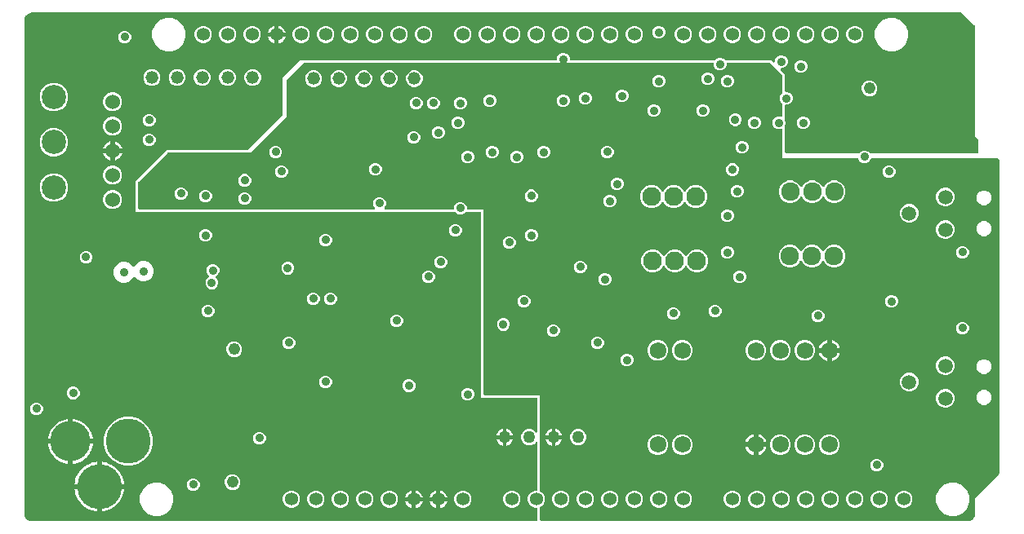
<source format=gbr>
G04 EAGLE Gerber RS-274X export*
G75*
%MOMM*%
%FSLAX34Y34*%
%LPD*%
%INCopper Layer 2*%
%IPPOS*%
%AMOC8*
5,1,8,0,0,1.08239X$1,22.5*%
G01*
%ADD10C,1.524000*%
%ADD11C,1.358000*%
%ADD12C,1.320800*%
%ADD13C,1.920000*%
%ADD14C,1.950000*%
%ADD15C,1.725000*%
%ADD16C,2.520000*%
%ADD17C,4.656100*%
%ADD18C,4.178300*%
%ADD19C,1.268000*%
%ADD20C,1.508000*%
%ADD21C,0.914400*%
%ADD22C,0.254000*%
%ADD23C,0.508000*%
%ADD24C,1.219200*%

G36*
X980580Y2703D02*
X980580Y2703D01*
X980684Y2707D01*
X981892Y2826D01*
X981996Y2849D01*
X982101Y2864D01*
X982181Y2892D01*
X982202Y2896D01*
X982216Y2904D01*
X982253Y2916D01*
X984485Y3841D01*
X984493Y3845D01*
X984502Y3848D01*
X984632Y3924D01*
X984761Y3998D01*
X984768Y4005D01*
X984776Y4009D01*
X984896Y4116D01*
X986604Y5824D01*
X986610Y5831D01*
X986617Y5837D01*
X986707Y5956D01*
X986799Y6075D01*
X986803Y6083D01*
X986809Y6091D01*
X986879Y6235D01*
X987804Y8467D01*
X987832Y8569D01*
X987868Y8669D01*
X987882Y8752D01*
X987888Y8773D01*
X987888Y8789D01*
X987894Y8828D01*
X988013Y10036D01*
X988013Y10055D01*
X988019Y10160D01*
X988019Y26612D01*
X1013048Y51641D01*
X1013108Y51719D01*
X1013176Y51791D01*
X1013205Y51844D01*
X1013242Y51892D01*
X1013282Y51983D01*
X1013330Y52070D01*
X1013345Y52128D01*
X1013369Y52184D01*
X1013384Y52282D01*
X1013409Y52377D01*
X1013415Y52478D01*
X1013419Y52498D01*
X1013417Y52510D01*
X1013419Y52538D01*
X1013419Y377042D01*
X1013407Y377140D01*
X1013404Y377239D01*
X1013387Y377297D01*
X1013379Y377357D01*
X1013343Y377449D01*
X1013315Y377545D01*
X1013285Y377597D01*
X1013262Y377653D01*
X1013204Y377733D01*
X1013154Y377819D01*
X1013088Y377894D01*
X1013076Y377910D01*
X1013066Y377918D01*
X1013048Y377939D01*
X1011469Y379518D01*
X1011391Y379578D01*
X1011319Y379646D01*
X1011266Y379675D01*
X1011218Y379712D01*
X1011127Y379752D01*
X1011040Y379800D01*
X1010982Y379815D01*
X1010926Y379839D01*
X1010828Y379854D01*
X1010733Y379879D01*
X1010633Y379885D01*
X1010612Y379889D01*
X1010600Y379887D01*
X1010572Y379889D01*
X881191Y379889D01*
X881161Y379886D01*
X881132Y379888D01*
X881004Y379866D01*
X880875Y379849D01*
X880848Y379839D01*
X880819Y379834D01*
X880700Y379780D01*
X880579Y379732D01*
X880556Y379715D01*
X880529Y379703D01*
X880427Y379622D01*
X880322Y379546D01*
X880303Y379523D01*
X880280Y379504D01*
X880202Y379401D01*
X880119Y379301D01*
X880107Y379274D01*
X880089Y379250D01*
X880018Y379106D01*
X879319Y377419D01*
X877461Y375561D01*
X875034Y374555D01*
X872406Y374555D01*
X869979Y375561D01*
X868121Y377419D01*
X867422Y379106D01*
X867407Y379131D01*
X867398Y379159D01*
X867329Y379269D01*
X867264Y379382D01*
X867244Y379403D01*
X867228Y379428D01*
X867134Y379517D01*
X867043Y379610D01*
X867018Y379626D01*
X866996Y379646D01*
X866883Y379709D01*
X866772Y379777D01*
X866744Y379785D01*
X866718Y379800D01*
X866592Y379832D01*
X866468Y379870D01*
X866439Y379872D01*
X866410Y379879D01*
X866249Y379889D01*
X788629Y379889D01*
X788629Y409073D01*
X788623Y409122D01*
X788625Y409172D01*
X788603Y409279D01*
X788589Y409388D01*
X788571Y409435D01*
X788561Y409483D01*
X788513Y409582D01*
X788472Y409684D01*
X788443Y409724D01*
X788421Y409769D01*
X788350Y409853D01*
X788286Y409941D01*
X788247Y409973D01*
X788215Y410011D01*
X788125Y410074D01*
X788041Y410144D01*
X787996Y410165D01*
X787955Y410194D01*
X787852Y410233D01*
X787753Y410280D01*
X787704Y410289D01*
X787658Y410307D01*
X787548Y410319D01*
X787441Y410340D01*
X787391Y410336D01*
X787342Y410342D01*
X787233Y410327D01*
X787123Y410320D01*
X787076Y410304D01*
X787027Y410298D01*
X786874Y410245D01*
X786174Y409955D01*
X783546Y409955D01*
X781119Y410961D01*
X779261Y412819D01*
X778255Y415246D01*
X778255Y417874D01*
X779261Y420301D01*
X781119Y422159D01*
X783546Y423165D01*
X786174Y423165D01*
X786874Y422875D01*
X786922Y422861D01*
X786967Y422840D01*
X787075Y422820D01*
X787181Y422791D01*
X787231Y422790D01*
X787280Y422780D01*
X787389Y422787D01*
X787499Y422786D01*
X787547Y422797D01*
X787597Y422800D01*
X787701Y422834D01*
X787808Y422860D01*
X787852Y422883D01*
X787899Y422898D01*
X787992Y422957D01*
X788089Y423008D01*
X788126Y423042D01*
X788168Y423068D01*
X788243Y423148D01*
X788325Y423222D01*
X788352Y423264D01*
X788386Y423300D01*
X788439Y423396D01*
X788499Y423488D01*
X788516Y423535D01*
X788540Y423579D01*
X788567Y423685D01*
X788603Y423789D01*
X788607Y423838D01*
X788619Y423886D01*
X788629Y424047D01*
X788629Y435945D01*
X788617Y436043D01*
X788614Y436142D01*
X788597Y436200D01*
X788589Y436260D01*
X788553Y436352D01*
X788525Y436447D01*
X788495Y436499D01*
X788472Y436556D01*
X788414Y436636D01*
X788364Y436721D01*
X788298Y436796D01*
X788286Y436813D01*
X788276Y436821D01*
X788258Y436842D01*
X786881Y438219D01*
X785875Y440646D01*
X785875Y443274D01*
X786881Y445701D01*
X788258Y447078D01*
X788318Y447156D01*
X788386Y447228D01*
X788415Y447281D01*
X788452Y447329D01*
X788492Y447420D01*
X788540Y447507D01*
X788555Y447565D01*
X788579Y447621D01*
X788594Y447719D01*
X788619Y447815D01*
X788625Y447915D01*
X788629Y447935D01*
X788627Y447947D01*
X788629Y447975D01*
X788629Y464980D01*
X788617Y465078D01*
X788614Y465177D01*
X788597Y465235D01*
X788589Y465296D01*
X788553Y465388D01*
X788525Y465483D01*
X788495Y465535D01*
X788472Y465591D01*
X788414Y465671D01*
X788364Y465757D01*
X788298Y465832D01*
X788286Y465849D01*
X788276Y465856D01*
X788258Y465878D01*
X775558Y478578D01*
X775479Y478638D01*
X775407Y478706D01*
X775354Y478735D01*
X775306Y478772D01*
X775215Y478812D01*
X775129Y478860D01*
X775070Y478875D01*
X775014Y478899D01*
X774916Y478914D01*
X774821Y478939D01*
X774721Y478945D01*
X774700Y478949D01*
X774688Y478947D01*
X774660Y478949D01*
X731774Y478949D01*
X731656Y478934D01*
X731537Y478927D01*
X731499Y478914D01*
X731458Y478909D01*
X731348Y478866D01*
X731235Y478829D01*
X731200Y478807D01*
X731163Y478792D01*
X731067Y478723D01*
X730966Y478659D01*
X730938Y478629D01*
X730905Y478606D01*
X730829Y478514D01*
X730748Y478427D01*
X730728Y478392D01*
X730703Y478361D01*
X730652Y478253D01*
X730594Y478149D01*
X730584Y478109D01*
X730567Y478073D01*
X730545Y477956D01*
X730515Y477841D01*
X730511Y477781D01*
X730507Y477761D01*
X730509Y477740D01*
X730505Y477680D01*
X730505Y476206D01*
X729499Y473779D01*
X727641Y471921D01*
X725214Y470915D01*
X722586Y470915D01*
X720159Y471921D01*
X718301Y473779D01*
X717295Y476206D01*
X717295Y477680D01*
X717280Y477798D01*
X717273Y477917D01*
X717260Y477955D01*
X717255Y477996D01*
X717212Y478106D01*
X717175Y478219D01*
X717153Y478254D01*
X717138Y478291D01*
X717069Y478387D01*
X717005Y478488D01*
X716975Y478516D01*
X716952Y478549D01*
X716860Y478625D01*
X716773Y478706D01*
X716738Y478726D01*
X716707Y478751D01*
X716599Y478802D01*
X716495Y478860D01*
X716455Y478870D01*
X716419Y478887D01*
X716302Y478909D01*
X716187Y478939D01*
X716127Y478943D01*
X716107Y478947D01*
X716086Y478945D01*
X716026Y478949D01*
X293076Y478949D01*
X292978Y478937D01*
X292879Y478934D01*
X292821Y478917D01*
X292760Y478909D01*
X292668Y478873D01*
X292573Y478845D01*
X292521Y478815D01*
X292465Y478792D01*
X292385Y478734D01*
X292299Y478684D01*
X292224Y478618D01*
X292207Y478606D01*
X292200Y478596D01*
X292179Y478578D01*
X274653Y461052D01*
X274592Y460973D01*
X274524Y460901D01*
X274495Y460848D01*
X274458Y460800D01*
X274418Y460709D01*
X274370Y460623D01*
X274355Y460564D01*
X274331Y460508D01*
X274316Y460410D01*
X274291Y460315D01*
X274285Y460215D01*
X274281Y460194D01*
X274283Y460182D01*
X274281Y460154D01*
X274281Y422834D01*
X236924Y385477D01*
X151598Y385477D01*
X151500Y385465D01*
X151401Y385462D01*
X151343Y385445D01*
X151282Y385437D01*
X151190Y385401D01*
X151095Y385373D01*
X151043Y385343D01*
X150987Y385320D01*
X150907Y385262D01*
X150821Y385212D01*
X150746Y385146D01*
X150729Y385134D01*
X150722Y385124D01*
X150701Y385106D01*
X120983Y355388D01*
X120922Y355309D01*
X120854Y355237D01*
X120825Y355184D01*
X120788Y355136D01*
X120748Y355045D01*
X120700Y354959D01*
X120685Y354900D01*
X120661Y354844D01*
X120646Y354746D01*
X120621Y354651D01*
X120615Y354551D01*
X120611Y354530D01*
X120613Y354518D01*
X120611Y354490D01*
X120611Y327820D01*
X120626Y327702D01*
X120633Y327583D01*
X120646Y327545D01*
X120651Y327504D01*
X120694Y327394D01*
X120731Y327281D01*
X120753Y327246D01*
X120768Y327209D01*
X120838Y327113D01*
X120901Y327012D01*
X120931Y326984D01*
X120954Y326951D01*
X121046Y326876D01*
X121133Y326794D01*
X121168Y326774D01*
X121199Y326749D01*
X121307Y326698D01*
X121411Y326640D01*
X121451Y326630D01*
X121487Y326613D01*
X121604Y326591D01*
X121719Y326561D01*
X121780Y326557D01*
X121800Y326553D01*
X121820Y326555D01*
X121880Y326551D01*
X364745Y326551D01*
X364883Y326568D01*
X365021Y326581D01*
X365040Y326588D01*
X365060Y326591D01*
X365190Y326642D01*
X365320Y326689D01*
X365337Y326700D01*
X365356Y326708D01*
X365468Y326789D01*
X365583Y326867D01*
X365597Y326883D01*
X365613Y326894D01*
X365702Y327002D01*
X365794Y327106D01*
X365803Y327124D01*
X365816Y327139D01*
X365875Y327265D01*
X365938Y327389D01*
X365943Y327409D01*
X365951Y327427D01*
X365978Y327564D01*
X366008Y327699D01*
X366007Y327720D01*
X366011Y327740D01*
X366003Y327878D01*
X365998Y328017D01*
X365993Y328037D01*
X365991Y328057D01*
X365949Y328189D01*
X365910Y328323D01*
X365900Y328340D01*
X365893Y328359D01*
X365819Y328477D01*
X365748Y328597D01*
X365730Y328618D01*
X365723Y328628D01*
X365708Y328642D01*
X365642Y328718D01*
X365201Y329159D01*
X364195Y331586D01*
X364195Y334214D01*
X365201Y336641D01*
X367059Y338499D01*
X369486Y339505D01*
X372114Y339505D01*
X374541Y338499D01*
X376399Y336641D01*
X377405Y334214D01*
X377405Y331586D01*
X376399Y329159D01*
X375958Y328718D01*
X375873Y328608D01*
X375784Y328501D01*
X375775Y328482D01*
X375763Y328466D01*
X375708Y328338D01*
X375649Y328213D01*
X375645Y328193D01*
X375637Y328174D01*
X375615Y328036D01*
X375589Y327901D01*
X375590Y327880D01*
X375587Y327860D01*
X375600Y327721D01*
X375609Y327583D01*
X375615Y327564D01*
X375617Y327544D01*
X375664Y327413D01*
X375707Y327281D01*
X375717Y327263D01*
X375724Y327244D01*
X375802Y327130D01*
X375877Y327012D01*
X375892Y326998D01*
X375903Y326981D01*
X376007Y326889D01*
X376108Y326794D01*
X376126Y326784D01*
X376141Y326771D01*
X376265Y326708D01*
X376387Y326640D01*
X376406Y326635D01*
X376425Y326626D01*
X376560Y326596D01*
X376695Y326561D01*
X376723Y326559D01*
X376735Y326557D01*
X376755Y326557D01*
X376855Y326551D01*
X446746Y326551D01*
X446864Y326566D01*
X446983Y326573D01*
X447021Y326586D01*
X447062Y326591D01*
X447172Y326634D01*
X447285Y326671D01*
X447320Y326693D01*
X447357Y326708D01*
X447453Y326778D01*
X447554Y326841D01*
X447582Y326871D01*
X447615Y326894D01*
X447691Y326986D01*
X447772Y327073D01*
X447792Y327108D01*
X447817Y327139D01*
X447868Y327247D01*
X447926Y327351D01*
X447936Y327391D01*
X447953Y327427D01*
X447975Y327544D01*
X448005Y327659D01*
X448009Y327720D01*
X448013Y327740D01*
X448011Y327760D01*
X448015Y327820D01*
X448015Y329134D01*
X449021Y331561D01*
X450879Y333419D01*
X453306Y334425D01*
X455934Y334425D01*
X458361Y333419D01*
X460219Y331561D01*
X461225Y329134D01*
X461225Y327820D01*
X461240Y327702D01*
X461247Y327583D01*
X461260Y327545D01*
X461265Y327504D01*
X461308Y327394D01*
X461345Y327281D01*
X461367Y327246D01*
X461382Y327209D01*
X461451Y327113D01*
X461515Y327012D01*
X461545Y326984D01*
X461568Y326951D01*
X461660Y326876D01*
X461747Y326794D01*
X461782Y326774D01*
X461813Y326749D01*
X461921Y326698D01*
X462025Y326640D01*
X462065Y326630D01*
X462101Y326613D01*
X462218Y326591D01*
X462333Y326561D01*
X462393Y326557D01*
X462413Y326553D01*
X462434Y326555D01*
X462494Y326551D01*
X478751Y326551D01*
X478786Y134620D01*
X478801Y134502D01*
X478808Y134383D01*
X478821Y134345D01*
X478826Y134304D01*
X478870Y134194D01*
X478906Y134081D01*
X478928Y134046D01*
X478943Y134009D01*
X479013Y133912D01*
X479077Y133812D01*
X479106Y133784D01*
X479130Y133751D01*
X479222Y133675D01*
X479308Y133594D01*
X479344Y133574D01*
X479375Y133549D01*
X479483Y133498D01*
X479587Y133440D01*
X479626Y133430D01*
X479663Y133413D01*
X479780Y133391D01*
X479895Y133361D01*
X479955Y133357D01*
X479975Y133353D01*
X479996Y133355D01*
X480055Y133351D01*
X537211Y133351D01*
X537211Y34363D01*
X537214Y34333D01*
X537212Y34304D01*
X537234Y34176D01*
X537251Y34047D01*
X537261Y34020D01*
X537267Y33991D01*
X537320Y33872D01*
X537368Y33751D01*
X537385Y33728D01*
X537397Y33701D01*
X537478Y33599D01*
X537554Y33494D01*
X537577Y33475D01*
X537596Y33452D01*
X537699Y33374D01*
X537799Y33291D01*
X537826Y33279D01*
X537850Y33261D01*
X537994Y33190D01*
X538358Y33040D01*
X540840Y30558D01*
X542183Y27315D01*
X542183Y23805D01*
X540840Y20562D01*
X538358Y18080D01*
X537994Y17930D01*
X537969Y17915D01*
X537941Y17906D01*
X537831Y17837D01*
X537718Y17772D01*
X537697Y17752D01*
X537672Y17736D01*
X537583Y17641D01*
X537490Y17551D01*
X537474Y17526D01*
X537454Y17504D01*
X537391Y17391D01*
X537323Y17280D01*
X537315Y17252D01*
X537300Y17226D01*
X537268Y17100D01*
X537230Y16976D01*
X537228Y16947D01*
X537221Y16918D01*
X537211Y16757D01*
X537211Y3970D01*
X537226Y3852D01*
X537233Y3733D01*
X537246Y3695D01*
X537251Y3654D01*
X537294Y3544D01*
X537331Y3431D01*
X537353Y3396D01*
X537368Y3359D01*
X537438Y3263D01*
X537501Y3162D01*
X537531Y3134D01*
X537554Y3101D01*
X537646Y3025D01*
X537733Y2944D01*
X537768Y2924D01*
X537799Y2899D01*
X537907Y2848D01*
X538011Y2790D01*
X538051Y2780D01*
X538087Y2763D01*
X538204Y2741D01*
X538319Y2711D01*
X538380Y2707D01*
X538400Y2703D01*
X538420Y2705D01*
X538480Y2701D01*
X980560Y2701D01*
X980580Y2703D01*
G37*
G36*
X533358Y2716D02*
X533358Y2716D01*
X533477Y2723D01*
X533515Y2736D01*
X533556Y2741D01*
X533666Y2784D01*
X533779Y2821D01*
X533814Y2843D01*
X533851Y2858D01*
X533947Y2927D01*
X534048Y2991D01*
X534076Y3021D01*
X534109Y3044D01*
X534185Y3136D01*
X534266Y3223D01*
X534286Y3258D01*
X534311Y3289D01*
X534362Y3397D01*
X534420Y3501D01*
X534430Y3541D01*
X534447Y3577D01*
X534469Y3694D01*
X534499Y3809D01*
X534503Y3869D01*
X534507Y3889D01*
X534505Y3910D01*
X534509Y3970D01*
X534509Y15468D01*
X534494Y15586D01*
X534487Y15705D01*
X534474Y15743D01*
X534469Y15784D01*
X534426Y15894D01*
X534389Y16007D01*
X534367Y16042D01*
X534352Y16079D01*
X534283Y16175D01*
X534219Y16276D01*
X534189Y16304D01*
X534166Y16337D01*
X534074Y16413D01*
X533987Y16494D01*
X533952Y16514D01*
X533921Y16539D01*
X533813Y16590D01*
X533709Y16648D01*
X533669Y16658D01*
X533633Y16675D01*
X533516Y16697D01*
X533401Y16727D01*
X533341Y16731D01*
X533321Y16735D01*
X533300Y16733D01*
X533240Y16737D01*
X531605Y16737D01*
X528362Y18080D01*
X525880Y20562D01*
X524537Y23805D01*
X524537Y27315D01*
X525880Y30558D01*
X528362Y33040D01*
X531605Y34383D01*
X533240Y34383D01*
X533358Y34398D01*
X533477Y34405D01*
X533515Y34418D01*
X533556Y34423D01*
X533666Y34466D01*
X533779Y34503D01*
X533814Y34525D01*
X533851Y34540D01*
X533947Y34609D01*
X534048Y34673D01*
X534076Y34703D01*
X534109Y34726D01*
X534185Y34818D01*
X534266Y34905D01*
X534286Y34940D01*
X534311Y34971D01*
X534362Y35079D01*
X534420Y35183D01*
X534430Y35223D01*
X534447Y35259D01*
X534469Y35376D01*
X534499Y35491D01*
X534503Y35551D01*
X534507Y35571D01*
X534505Y35592D01*
X534509Y35652D01*
X534509Y83740D01*
X534492Y83878D01*
X534479Y84017D01*
X534472Y84036D01*
X534469Y84056D01*
X534418Y84185D01*
X534371Y84316D01*
X534360Y84333D01*
X534352Y84351D01*
X534271Y84464D01*
X534193Y84579D01*
X534177Y84592D01*
X534166Y84609D01*
X534058Y84698D01*
X533954Y84789D01*
X533936Y84799D01*
X533921Y84812D01*
X533795Y84871D01*
X533671Y84934D01*
X533651Y84938D01*
X533633Y84947D01*
X533497Y84973D01*
X533361Y85004D01*
X533340Y85003D01*
X533321Y85007D01*
X533182Y84998D01*
X533043Y84994D01*
X533023Y84988D01*
X533003Y84987D01*
X532871Y84944D01*
X532737Y84906D01*
X532720Y84895D01*
X532701Y84889D01*
X532583Y84815D01*
X532463Y84744D01*
X532442Y84725D01*
X532432Y84719D01*
X532418Y84704D01*
X532343Y84638D01*
X530523Y82818D01*
X527445Y81543D01*
X524115Y81543D01*
X521037Y82818D01*
X518682Y85173D01*
X517407Y88251D01*
X517407Y91581D01*
X518682Y94659D01*
X521037Y97014D01*
X524115Y98289D01*
X527445Y98289D01*
X530523Y97014D01*
X532343Y95194D01*
X532452Y95109D01*
X532559Y95020D01*
X532578Y95012D01*
X532594Y94999D01*
X532722Y94944D01*
X532847Y94885D01*
X532867Y94881D01*
X532886Y94873D01*
X533024Y94851D01*
X533160Y94825D01*
X533180Y94826D01*
X533200Y94823D01*
X533339Y94836D01*
X533477Y94845D01*
X533496Y94851D01*
X533516Y94853D01*
X533648Y94900D01*
X533779Y94943D01*
X533797Y94954D01*
X533816Y94961D01*
X533931Y95039D01*
X534048Y95113D01*
X534062Y95128D01*
X534079Y95139D01*
X534171Y95243D01*
X534266Y95345D01*
X534276Y95362D01*
X534289Y95378D01*
X534353Y95502D01*
X534420Y95623D01*
X534425Y95643D01*
X534434Y95661D01*
X534464Y95797D01*
X534499Y95931D01*
X534501Y95959D01*
X534504Y95971D01*
X534503Y95992D01*
X534509Y96092D01*
X534509Y129540D01*
X534494Y129658D01*
X534487Y129777D01*
X534474Y129815D01*
X534469Y129856D01*
X534426Y129966D01*
X534389Y130079D01*
X534367Y130114D01*
X534352Y130151D01*
X534283Y130247D01*
X534219Y130348D01*
X534189Y130376D01*
X534166Y130409D01*
X534074Y130485D01*
X533987Y130566D01*
X533952Y130586D01*
X533921Y130611D01*
X533813Y130662D01*
X533709Y130720D01*
X533669Y130730D01*
X533633Y130747D01*
X533516Y130769D01*
X533401Y130799D01*
X533341Y130803D01*
X533321Y130807D01*
X533300Y130805D01*
X533240Y130809D01*
X476250Y130809D01*
X476209Y322740D01*
X476194Y322858D01*
X476187Y322977D01*
X476174Y323015D01*
X476169Y323056D01*
X476126Y323166D01*
X476089Y323279D01*
X476067Y323314D01*
X476052Y323351D01*
X475982Y323448D01*
X475919Y323548D01*
X475889Y323576D01*
X475865Y323609D01*
X475774Y323685D01*
X475687Y323766D01*
X475652Y323786D01*
X475620Y323812D01*
X475513Y323862D01*
X475409Y323920D01*
X475369Y323930D01*
X475333Y323947D01*
X475216Y323969D01*
X475101Y323999D01*
X475040Y324003D01*
X475020Y324007D01*
X475000Y324005D01*
X474940Y324009D01*
X460675Y324009D01*
X460577Y323997D01*
X460478Y323994D01*
X460420Y323977D01*
X460360Y323969D01*
X460268Y323933D01*
X460173Y323905D01*
X460121Y323875D01*
X460064Y323852D01*
X459984Y323794D01*
X459899Y323744D01*
X459824Y323678D01*
X459807Y323666D01*
X459799Y323656D01*
X459778Y323638D01*
X458361Y322221D01*
X455934Y321215D01*
X453306Y321215D01*
X450879Y322221D01*
X449462Y323638D01*
X449384Y323698D01*
X449312Y323766D01*
X449259Y323795D01*
X449211Y323832D01*
X449120Y323872D01*
X449033Y323920D01*
X448975Y323935D01*
X448919Y323959D01*
X448821Y323974D01*
X448725Y323999D01*
X448625Y324005D01*
X448605Y324009D01*
X448593Y324007D01*
X448565Y324009D01*
X118069Y324009D01*
X118069Y356504D01*
X149838Y388273D01*
X232878Y388273D01*
X232976Y388285D01*
X233075Y388288D01*
X233133Y388305D01*
X233194Y388313D01*
X233286Y388349D01*
X233381Y388377D01*
X233433Y388407D01*
X233489Y388430D01*
X233569Y388488D01*
X233655Y388538D01*
X233730Y388604D01*
X233747Y388616D01*
X233754Y388626D01*
X233776Y388645D01*
X269844Y424713D01*
X269904Y424791D01*
X269972Y424863D01*
X270001Y424916D01*
X270038Y424964D01*
X270078Y425055D01*
X270126Y425141D01*
X270141Y425200D01*
X270165Y425256D01*
X270180Y425354D01*
X270205Y425449D01*
X270211Y425549D01*
X270215Y425570D01*
X270213Y425582D01*
X270215Y425610D01*
X270215Y463438D01*
X288268Y481491D01*
X553466Y481491D01*
X553584Y481506D01*
X553703Y481513D01*
X553741Y481526D01*
X553782Y481531D01*
X553892Y481574D01*
X554005Y481611D01*
X554040Y481633D01*
X554077Y481648D01*
X554173Y481718D01*
X554274Y481781D01*
X554302Y481811D01*
X554335Y481834D01*
X554411Y481926D01*
X554492Y482013D01*
X554512Y482048D01*
X554537Y482079D01*
X554588Y482187D01*
X554646Y482291D01*
X554656Y482331D01*
X554673Y482367D01*
X554695Y482484D01*
X554725Y482599D01*
X554729Y482660D01*
X554733Y482680D01*
X554731Y482700D01*
X554735Y482760D01*
X554735Y483914D01*
X555741Y486341D01*
X557599Y488199D01*
X560026Y489205D01*
X562654Y489205D01*
X565081Y488199D01*
X566939Y486341D01*
X567945Y483914D01*
X567945Y482760D01*
X567960Y482642D01*
X567967Y482523D01*
X567980Y482485D01*
X567985Y482444D01*
X568028Y482334D01*
X568065Y482221D01*
X568087Y482186D01*
X568102Y482149D01*
X568171Y482053D01*
X568235Y481952D01*
X568265Y481924D01*
X568288Y481891D01*
X568380Y481816D01*
X568467Y481734D01*
X568502Y481714D01*
X568533Y481689D01*
X568641Y481638D01*
X568745Y481580D01*
X568785Y481570D01*
X568821Y481553D01*
X568938Y481531D01*
X569053Y481501D01*
X569113Y481497D01*
X569133Y481493D01*
X569154Y481495D01*
X569214Y481491D01*
X718005Y481491D01*
X718103Y481503D01*
X718202Y481506D01*
X718260Y481523D01*
X718320Y481531D01*
X718412Y481567D01*
X718507Y481595D01*
X718559Y481625D01*
X718616Y481648D01*
X718696Y481706D01*
X718781Y481756D01*
X718857Y481822D01*
X718873Y481834D01*
X718881Y481844D01*
X718902Y481863D01*
X720159Y483119D01*
X722586Y484125D01*
X725214Y484125D01*
X727641Y483119D01*
X728898Y481863D01*
X728976Y481802D01*
X729048Y481734D01*
X729101Y481705D01*
X729149Y481668D01*
X729240Y481628D01*
X729327Y481580D01*
X729385Y481565D01*
X729441Y481541D01*
X729539Y481526D01*
X729635Y481501D01*
X729735Y481495D01*
X729755Y481491D01*
X729767Y481493D01*
X729795Y481491D01*
X776674Y481491D01*
X778629Y479536D01*
X778738Y479451D01*
X778845Y479363D01*
X778864Y479354D01*
X778880Y479342D01*
X779008Y479286D01*
X779133Y479227D01*
X779153Y479223D01*
X779172Y479215D01*
X779310Y479193D01*
X779446Y479167D01*
X779466Y479169D01*
X779486Y479165D01*
X779625Y479178D01*
X779763Y479187D01*
X779782Y479193D01*
X779802Y479195D01*
X779934Y479242D01*
X780065Y479285D01*
X780083Y479296D01*
X780102Y479303D01*
X780217Y479381D01*
X780334Y479455D01*
X780348Y479470D01*
X780365Y479481D01*
X780457Y479586D01*
X780552Y479687D01*
X780562Y479705D01*
X780575Y479720D01*
X780639Y479844D01*
X780706Y479965D01*
X780711Y479985D01*
X780720Y480003D01*
X780750Y480139D01*
X780785Y480273D01*
X780787Y480301D01*
X780790Y480313D01*
X780789Y480334D01*
X780795Y480434D01*
X780795Y481374D01*
X781801Y483801D01*
X783659Y485659D01*
X786086Y486665D01*
X788714Y486665D01*
X791141Y485659D01*
X792999Y483801D01*
X794005Y481374D01*
X794005Y478746D01*
X792999Y476319D01*
X791141Y474461D01*
X788714Y473455D01*
X787774Y473455D01*
X787636Y473438D01*
X787498Y473425D01*
X787479Y473418D01*
X787458Y473415D01*
X787329Y473364D01*
X787198Y473317D01*
X787182Y473306D01*
X787163Y473298D01*
X787050Y473217D01*
X786935Y473139D01*
X786922Y473123D01*
X786905Y473112D01*
X786816Y473004D01*
X786725Y472900D01*
X786716Y472882D01*
X786703Y472867D01*
X786643Y472741D01*
X786580Y472617D01*
X786576Y472597D01*
X786567Y472579D01*
X786541Y472443D01*
X786510Y472307D01*
X786511Y472286D01*
X786507Y472267D01*
X786516Y472128D01*
X786520Y471989D01*
X786526Y471969D01*
X786527Y471949D01*
X786570Y471817D01*
X786609Y471683D01*
X786619Y471666D01*
X786625Y471647D01*
X786700Y471529D01*
X786770Y471409D01*
X786789Y471388D01*
X786795Y471378D01*
X786810Y471364D01*
X786876Y471289D01*
X791171Y466994D01*
X791171Y449834D01*
X791186Y449716D01*
X791193Y449597D01*
X791206Y449559D01*
X791211Y449518D01*
X791254Y449408D01*
X791291Y449295D01*
X791313Y449260D01*
X791328Y449223D01*
X791398Y449127D01*
X791461Y449026D01*
X791491Y448998D01*
X791514Y448965D01*
X791606Y448889D01*
X791693Y448808D01*
X791728Y448788D01*
X791759Y448763D01*
X791867Y448712D01*
X791971Y448654D01*
X792011Y448644D01*
X792047Y448627D01*
X792164Y448605D01*
X792279Y448575D01*
X792340Y448571D01*
X792360Y448567D01*
X792380Y448569D01*
X792440Y448565D01*
X793794Y448565D01*
X796221Y447559D01*
X798079Y445701D01*
X799085Y443274D01*
X799085Y440646D01*
X798079Y438219D01*
X796221Y436361D01*
X793794Y435355D01*
X792440Y435355D01*
X792322Y435340D01*
X792203Y435333D01*
X792165Y435320D01*
X792124Y435315D01*
X792014Y435272D01*
X791901Y435235D01*
X791866Y435213D01*
X791829Y435198D01*
X791733Y435129D01*
X791632Y435065D01*
X791604Y435035D01*
X791571Y435012D01*
X791496Y434920D01*
X791414Y434833D01*
X791394Y434798D01*
X791369Y434767D01*
X791318Y434659D01*
X791260Y434555D01*
X791250Y434515D01*
X791233Y434479D01*
X791211Y434362D01*
X791181Y434247D01*
X791177Y434187D01*
X791173Y434167D01*
X791175Y434146D01*
X791171Y434086D01*
X791171Y418836D01*
X791172Y418827D01*
X791171Y418817D01*
X791192Y418669D01*
X791211Y418520D01*
X791214Y418512D01*
X791215Y418503D01*
X791267Y418350D01*
X791465Y417874D01*
X791465Y415246D01*
X791267Y414770D01*
X791265Y414761D01*
X791260Y414753D01*
X791223Y414608D01*
X791183Y414463D01*
X791183Y414454D01*
X791181Y414445D01*
X791171Y414284D01*
X791171Y386240D01*
X791186Y386122D01*
X791193Y386003D01*
X791206Y385965D01*
X791211Y385924D01*
X791254Y385814D01*
X791291Y385701D01*
X791313Y385666D01*
X791328Y385629D01*
X791398Y385533D01*
X791461Y385432D01*
X791491Y385404D01*
X791514Y385371D01*
X791606Y385296D01*
X791693Y385214D01*
X791728Y385194D01*
X791759Y385169D01*
X791867Y385118D01*
X791971Y385060D01*
X792011Y385050D01*
X792047Y385033D01*
X792164Y385011D01*
X792279Y384981D01*
X792340Y384977D01*
X792360Y384973D01*
X792380Y384975D01*
X792440Y384971D01*
X867665Y384971D01*
X867763Y384983D01*
X867862Y384986D01*
X867920Y385003D01*
X867980Y385011D01*
X868072Y385047D01*
X868167Y385075D01*
X868219Y385105D01*
X868276Y385128D01*
X868356Y385186D01*
X868441Y385236D01*
X868517Y385302D01*
X868533Y385314D01*
X868541Y385324D01*
X868562Y385343D01*
X869979Y386759D01*
X872406Y387765D01*
X875034Y387765D01*
X877461Y386759D01*
X878878Y385343D01*
X878956Y385282D01*
X879028Y385214D01*
X879081Y385185D01*
X879129Y385148D01*
X879220Y385108D01*
X879307Y385060D01*
X879365Y385045D01*
X879421Y385021D01*
X879519Y385006D01*
X879615Y384981D01*
X879715Y384975D01*
X879735Y384971D01*
X879747Y384973D01*
X879775Y384971D01*
X990560Y384971D01*
X990678Y384986D01*
X990797Y384993D01*
X990835Y385006D01*
X990876Y385011D01*
X990986Y385054D01*
X991099Y385091D01*
X991134Y385113D01*
X991171Y385128D01*
X991267Y385198D01*
X991368Y385261D01*
X991396Y385291D01*
X991429Y385314D01*
X991505Y385406D01*
X991586Y385493D01*
X991606Y385528D01*
X991631Y385559D01*
X991682Y385667D01*
X991740Y385771D01*
X991750Y385811D01*
X991767Y385847D01*
X991789Y385964D01*
X991819Y386079D01*
X991823Y386140D01*
X991827Y386160D01*
X991825Y386180D01*
X991829Y386240D01*
X991829Y398632D01*
X991817Y398730D01*
X991814Y398829D01*
X991797Y398887D01*
X991789Y398947D01*
X991753Y399039D01*
X991725Y399135D01*
X991695Y399187D01*
X991672Y399243D01*
X991614Y399323D01*
X991564Y399409D01*
X991498Y399484D01*
X991486Y399500D01*
X991476Y399508D01*
X991458Y399529D01*
X989879Y401108D01*
X988019Y402968D01*
X988019Y516742D01*
X988007Y516840D01*
X988004Y516939D01*
X987992Y516980D01*
X987992Y516984D01*
X987987Y517000D01*
X987979Y517057D01*
X987943Y517149D01*
X987915Y517245D01*
X987897Y517275D01*
X987894Y517286D01*
X987880Y517308D01*
X987862Y517353D01*
X987804Y517433D01*
X987754Y517519D01*
X987729Y517547D01*
X987724Y517555D01*
X987712Y517566D01*
X987688Y517594D01*
X987676Y517610D01*
X987666Y517618D01*
X987648Y517639D01*
X974639Y530648D01*
X974561Y530708D01*
X974489Y530776D01*
X974436Y530805D01*
X974388Y530842D01*
X974297Y530882D01*
X974210Y530930D01*
X974152Y530945D01*
X974096Y530969D01*
X973998Y530984D01*
X973903Y531009D01*
X973803Y531015D01*
X973782Y531019D01*
X973770Y531017D01*
X973742Y531019D01*
X9960Y531019D01*
X9940Y531017D01*
X9836Y531013D01*
X8628Y530894D01*
X8524Y530871D01*
X8419Y530856D01*
X8339Y530828D01*
X8318Y530824D01*
X8304Y530816D01*
X8267Y530804D01*
X6035Y529879D01*
X6027Y529875D01*
X6018Y529872D01*
X5888Y529796D01*
X5759Y529722D01*
X5752Y529715D01*
X5744Y529711D01*
X5624Y529604D01*
X3916Y527896D01*
X3910Y527889D01*
X3903Y527883D01*
X3813Y527764D01*
X3721Y527645D01*
X3717Y527637D01*
X3711Y527629D01*
X3641Y527485D01*
X2716Y525253D01*
X2688Y525151D01*
X2652Y525051D01*
X2638Y524968D01*
X2632Y524947D01*
X2632Y524931D01*
X2626Y524892D01*
X2507Y523684D01*
X2507Y523665D01*
X2501Y523560D01*
X2501Y10160D01*
X2503Y10140D01*
X2507Y10036D01*
X2626Y8828D01*
X2649Y8724D01*
X2664Y8619D01*
X2692Y8539D01*
X2696Y8518D01*
X2704Y8504D01*
X2716Y8467D01*
X3641Y6235D01*
X3645Y6227D01*
X3648Y6218D01*
X3724Y6088D01*
X3798Y5959D01*
X3805Y5952D01*
X3809Y5944D01*
X3916Y5824D01*
X5624Y4116D01*
X5631Y4110D01*
X5637Y4103D01*
X5756Y4013D01*
X5875Y3921D01*
X5883Y3917D01*
X5891Y3911D01*
X6035Y3841D01*
X8267Y2916D01*
X8369Y2888D01*
X8469Y2852D01*
X8552Y2838D01*
X8573Y2832D01*
X8589Y2832D01*
X8628Y2826D01*
X9836Y2707D01*
X9855Y2707D01*
X9960Y2701D01*
X533240Y2701D01*
X533358Y2716D01*
G37*
%LPC*%
G36*
X106863Y60445D02*
X106863Y60445D01*
X100426Y62170D01*
X94653Y65502D01*
X89940Y70215D01*
X86608Y75988D01*
X84883Y82425D01*
X84883Y89091D01*
X86608Y95528D01*
X89940Y101301D01*
X94653Y106014D01*
X100426Y109346D01*
X106863Y111071D01*
X113529Y111071D01*
X119966Y109346D01*
X125739Y106014D01*
X130452Y101301D01*
X133784Y95528D01*
X135509Y89091D01*
X135509Y82425D01*
X133784Y75988D01*
X130452Y70215D01*
X125739Y65502D01*
X119966Y62170D01*
X113529Y60445D01*
X106863Y60445D01*
G37*
%LPD*%
%LPC*%
G36*
X651666Y261427D02*
X651666Y261427D01*
X647336Y263221D01*
X644021Y266536D01*
X642227Y270866D01*
X642227Y275554D01*
X644021Y279884D01*
X647336Y283199D01*
X651666Y284993D01*
X656354Y284993D01*
X660684Y283199D01*
X663999Y279884D01*
X664287Y279188D01*
X664356Y279067D01*
X664421Y278944D01*
X664435Y278929D01*
X664445Y278912D01*
X664541Y278812D01*
X664635Y278709D01*
X664652Y278698D01*
X664666Y278683D01*
X664785Y278611D01*
X664901Y278534D01*
X664920Y278528D01*
X664937Y278517D01*
X665070Y278476D01*
X665202Y278431D01*
X665222Y278429D01*
X665241Y278423D01*
X665380Y278417D01*
X665519Y278406D01*
X665539Y278409D01*
X665559Y278408D01*
X665695Y278436D01*
X665832Y278460D01*
X665851Y278469D01*
X665870Y278473D01*
X665995Y278534D01*
X666122Y278591D01*
X666138Y278603D01*
X666156Y278612D01*
X666262Y278702D01*
X666370Y278789D01*
X666383Y278806D01*
X666398Y278819D01*
X666478Y278932D01*
X666562Y279043D01*
X666574Y279069D01*
X666581Y279079D01*
X666588Y279098D01*
X666633Y279188D01*
X666921Y279884D01*
X670236Y283199D01*
X674566Y284993D01*
X679254Y284993D01*
X683584Y283199D01*
X686899Y279884D01*
X687187Y279188D01*
X687256Y279067D01*
X687321Y278944D01*
X687335Y278929D01*
X687345Y278912D01*
X687441Y278812D01*
X687535Y278709D01*
X687552Y278698D01*
X687566Y278683D01*
X687685Y278611D01*
X687801Y278534D01*
X687820Y278528D01*
X687837Y278517D01*
X687970Y278476D01*
X688102Y278431D01*
X688122Y278429D01*
X688141Y278423D01*
X688280Y278417D01*
X688419Y278406D01*
X688439Y278409D01*
X688459Y278408D01*
X688595Y278436D01*
X688732Y278460D01*
X688751Y278469D01*
X688770Y278473D01*
X688895Y278534D01*
X689022Y278591D01*
X689038Y278603D01*
X689056Y278612D01*
X689162Y278702D01*
X689270Y278789D01*
X689283Y278806D01*
X689298Y278819D01*
X689378Y278932D01*
X689462Y279043D01*
X689474Y279069D01*
X689481Y279079D01*
X689488Y279098D01*
X689533Y279188D01*
X689821Y279884D01*
X693136Y283199D01*
X697466Y284993D01*
X702154Y284993D01*
X706484Y283199D01*
X709799Y279884D01*
X711593Y275554D01*
X711593Y270866D01*
X709799Y266536D01*
X706484Y263221D01*
X702154Y261427D01*
X697466Y261427D01*
X693136Y263221D01*
X689821Y266536D01*
X689533Y267232D01*
X689527Y267242D01*
X689526Y267244D01*
X689522Y267251D01*
X689464Y267353D01*
X689399Y267476D01*
X689385Y267491D01*
X689375Y267508D01*
X689278Y267609D01*
X689185Y267711D01*
X689168Y267722D01*
X689154Y267737D01*
X689035Y267810D01*
X688919Y267886D01*
X688900Y267892D01*
X688883Y267903D01*
X688750Y267944D01*
X688618Y267989D01*
X688598Y267991D01*
X688579Y267997D01*
X688440Y268003D01*
X688301Y268014D01*
X688281Y268011D01*
X688261Y268012D01*
X688125Y267983D01*
X687988Y267960D01*
X687970Y267951D01*
X687950Y267947D01*
X687824Y267886D01*
X687698Y267829D01*
X687682Y267817D01*
X687664Y267808D01*
X687558Y267717D01*
X687450Y267631D01*
X687437Y267615D01*
X687422Y267601D01*
X687341Y267487D01*
X687258Y267376D01*
X687246Y267351D01*
X687239Y267341D01*
X687232Y267322D01*
X687187Y267232D01*
X686899Y266536D01*
X683584Y263221D01*
X679254Y261427D01*
X674566Y261427D01*
X670236Y263221D01*
X666921Y266536D01*
X666633Y267232D01*
X666627Y267242D01*
X666626Y267244D01*
X666622Y267251D01*
X666564Y267353D01*
X666499Y267476D01*
X666485Y267491D01*
X666475Y267508D01*
X666378Y267609D01*
X666285Y267711D01*
X666268Y267722D01*
X666254Y267737D01*
X666135Y267810D01*
X666019Y267886D01*
X666000Y267892D01*
X665983Y267903D01*
X665850Y267944D01*
X665718Y267989D01*
X665698Y267991D01*
X665679Y267997D01*
X665540Y268003D01*
X665401Y268014D01*
X665381Y268011D01*
X665361Y268012D01*
X665225Y267983D01*
X665088Y267960D01*
X665070Y267951D01*
X665050Y267947D01*
X664924Y267886D01*
X664798Y267829D01*
X664782Y267817D01*
X664764Y267808D01*
X664658Y267717D01*
X664550Y267631D01*
X664537Y267615D01*
X664522Y267601D01*
X664441Y267487D01*
X664358Y267376D01*
X664346Y267351D01*
X664339Y267341D01*
X664332Y267322D01*
X664287Y267232D01*
X663999Y266536D01*
X660684Y263221D01*
X656354Y261427D01*
X651666Y261427D01*
G37*
%LPD*%
%LPC*%
G36*
X650596Y328057D02*
X650596Y328057D01*
X646266Y329851D01*
X642951Y333166D01*
X641157Y337496D01*
X641157Y342184D01*
X642951Y346514D01*
X646266Y349829D01*
X650596Y351623D01*
X655284Y351623D01*
X659614Y349829D01*
X662929Y346514D01*
X663217Y345818D01*
X663286Y345697D01*
X663351Y345574D01*
X663365Y345559D01*
X663375Y345542D01*
X663472Y345441D01*
X663565Y345339D01*
X663582Y345328D01*
X663596Y345313D01*
X663715Y345240D01*
X663831Y345164D01*
X663850Y345158D01*
X663867Y345147D01*
X664000Y345106D01*
X664132Y345061D01*
X664152Y345059D01*
X664171Y345053D01*
X664310Y345047D01*
X664449Y345036D01*
X664469Y345039D01*
X664489Y345038D01*
X664625Y345067D01*
X664762Y345090D01*
X664780Y345099D01*
X664800Y345103D01*
X664926Y345164D01*
X665052Y345221D01*
X665068Y345233D01*
X665086Y345242D01*
X665192Y345333D01*
X665300Y345419D01*
X665313Y345435D01*
X665328Y345449D01*
X665409Y345563D01*
X665492Y345674D01*
X665504Y345699D01*
X665511Y345709D01*
X665518Y345728D01*
X665563Y345818D01*
X665851Y346514D01*
X669166Y349829D01*
X673496Y351623D01*
X678184Y351623D01*
X682514Y349829D01*
X685829Y346514D01*
X686117Y345818D01*
X686186Y345697D01*
X686251Y345574D01*
X686265Y345559D01*
X686275Y345542D01*
X686372Y345442D01*
X686465Y345339D01*
X686482Y345328D01*
X686496Y345313D01*
X686615Y345240D01*
X686731Y345164D01*
X686750Y345158D01*
X686767Y345147D01*
X686901Y345106D01*
X687032Y345061D01*
X687052Y345059D01*
X687071Y345053D01*
X687211Y345047D01*
X687349Y345036D01*
X687369Y345039D01*
X687389Y345038D01*
X687525Y345066D01*
X687662Y345090D01*
X687681Y345099D01*
X687700Y345103D01*
X687825Y345164D01*
X687952Y345221D01*
X687968Y345233D01*
X687986Y345242D01*
X688092Y345333D01*
X688200Y345419D01*
X688213Y345435D01*
X688228Y345449D01*
X688308Y345562D01*
X688392Y345673D01*
X688404Y345699D01*
X688411Y345709D01*
X688418Y345728D01*
X688463Y345818D01*
X688751Y346514D01*
X692066Y349829D01*
X696396Y351623D01*
X701084Y351623D01*
X705414Y349829D01*
X708729Y346514D01*
X710523Y342184D01*
X710523Y337496D01*
X708729Y333166D01*
X705414Y329851D01*
X701084Y328057D01*
X696396Y328057D01*
X692066Y329851D01*
X688751Y333166D01*
X688463Y333862D01*
X688394Y333983D01*
X688329Y334106D01*
X688315Y334121D01*
X688305Y334138D01*
X688208Y334238D01*
X688115Y334341D01*
X688098Y334352D01*
X688084Y334367D01*
X687966Y334439D01*
X687849Y334516D01*
X687830Y334522D01*
X687813Y334533D01*
X687680Y334574D01*
X687548Y334619D01*
X687528Y334621D01*
X687509Y334627D01*
X687369Y334633D01*
X687231Y334644D01*
X687211Y334641D01*
X687191Y334642D01*
X687054Y334613D01*
X686918Y334590D01*
X686900Y334581D01*
X686880Y334577D01*
X686754Y334516D01*
X686628Y334459D01*
X686612Y334447D01*
X686594Y334438D01*
X686488Y334347D01*
X686379Y334261D01*
X686367Y334244D01*
X686352Y334231D01*
X686272Y334118D01*
X686188Y334007D01*
X686176Y333981D01*
X686169Y333971D01*
X686162Y333952D01*
X686117Y333862D01*
X685829Y333166D01*
X682514Y329851D01*
X678184Y328057D01*
X673496Y328057D01*
X669166Y329851D01*
X665851Y333166D01*
X665563Y333862D01*
X665494Y333983D01*
X665429Y334106D01*
X665415Y334121D01*
X665405Y334138D01*
X665309Y334238D01*
X665215Y334341D01*
X665198Y334352D01*
X665184Y334367D01*
X665065Y334439D01*
X664949Y334516D01*
X664930Y334522D01*
X664913Y334533D01*
X664780Y334574D01*
X664648Y334619D01*
X664628Y334621D01*
X664609Y334627D01*
X664470Y334633D01*
X664331Y334644D01*
X664311Y334641D01*
X664291Y334642D01*
X664155Y334614D01*
X664018Y334590D01*
X663999Y334581D01*
X663980Y334577D01*
X663855Y334516D01*
X663728Y334459D01*
X663712Y334447D01*
X663694Y334438D01*
X663588Y334347D01*
X663480Y334261D01*
X663467Y334244D01*
X663452Y334231D01*
X663372Y334118D01*
X663288Y334007D01*
X663276Y333981D01*
X663269Y333971D01*
X663262Y333952D01*
X663217Y333862D01*
X662929Y333166D01*
X659614Y329851D01*
X655284Y328057D01*
X650596Y328057D01*
G37*
%LPD*%
%LPC*%
G36*
X793936Y266657D02*
X793936Y266657D01*
X789661Y268428D01*
X786388Y271701D01*
X784617Y275976D01*
X784617Y280604D01*
X786388Y284879D01*
X789661Y288152D01*
X793936Y289923D01*
X798564Y289923D01*
X802839Y288152D01*
X806112Y284879D01*
X806527Y283876D01*
X806596Y283755D01*
X806661Y283632D01*
X806675Y283617D01*
X806685Y283600D01*
X806781Y283500D01*
X806875Y283397D01*
X806892Y283386D01*
X806906Y283371D01*
X807024Y283299D01*
X807141Y283222D01*
X807160Y283216D01*
X807177Y283205D01*
X807310Y283164D01*
X807442Y283119D01*
X807462Y283117D01*
X807481Y283111D01*
X807620Y283105D01*
X807759Y283094D01*
X807779Y283097D01*
X807799Y283096D01*
X807935Y283124D01*
X808072Y283148D01*
X808090Y283157D01*
X808110Y283161D01*
X808235Y283222D01*
X808362Y283279D01*
X808378Y283291D01*
X808396Y283300D01*
X808502Y283391D01*
X808610Y283477D01*
X808623Y283494D01*
X808638Y283507D01*
X808718Y283620D01*
X808802Y283731D01*
X808814Y283757D01*
X808821Y283767D01*
X808828Y283786D01*
X808873Y283876D01*
X809288Y284879D01*
X812561Y288152D01*
X816836Y289923D01*
X821464Y289923D01*
X825739Y288152D01*
X829012Y284879D01*
X829427Y283876D01*
X829496Y283755D01*
X829561Y283632D01*
X829575Y283617D01*
X829585Y283600D01*
X829681Y283500D01*
X829775Y283397D01*
X829792Y283386D01*
X829806Y283371D01*
X829924Y283299D01*
X830041Y283222D01*
X830060Y283216D01*
X830077Y283205D01*
X830210Y283164D01*
X830342Y283119D01*
X830362Y283117D01*
X830381Y283111D01*
X830520Y283105D01*
X830659Y283094D01*
X830679Y283097D01*
X830699Y283096D01*
X830835Y283124D01*
X830972Y283148D01*
X830990Y283157D01*
X831010Y283161D01*
X831135Y283222D01*
X831262Y283279D01*
X831278Y283291D01*
X831296Y283300D01*
X831402Y283391D01*
X831510Y283477D01*
X831523Y283494D01*
X831538Y283507D01*
X831618Y283620D01*
X831702Y283731D01*
X831714Y283757D01*
X831721Y283767D01*
X831728Y283786D01*
X831773Y283876D01*
X832188Y284879D01*
X835461Y288152D01*
X839736Y289923D01*
X844364Y289923D01*
X848639Y288152D01*
X851912Y284879D01*
X853683Y280604D01*
X853683Y275976D01*
X851912Y271701D01*
X848639Y268428D01*
X844364Y266657D01*
X839736Y266657D01*
X835461Y268428D01*
X832188Y271701D01*
X831773Y272704D01*
X831704Y272824D01*
X831639Y272948D01*
X831625Y272963D01*
X831615Y272980D01*
X831519Y273080D01*
X831425Y273183D01*
X831408Y273194D01*
X831394Y273209D01*
X831275Y273281D01*
X831159Y273358D01*
X831140Y273364D01*
X831123Y273375D01*
X830990Y273416D01*
X830858Y273461D01*
X830838Y273463D01*
X830819Y273469D01*
X830680Y273475D01*
X830541Y273486D01*
X830521Y273483D01*
X830501Y273484D01*
X830365Y273456D01*
X830228Y273432D01*
X830209Y273423D01*
X830190Y273419D01*
X830065Y273358D01*
X829938Y273301D01*
X829922Y273289D01*
X829904Y273280D01*
X829798Y273190D01*
X829690Y273103D01*
X829677Y273086D01*
X829662Y273073D01*
X829582Y272960D01*
X829498Y272849D01*
X829486Y272823D01*
X829479Y272813D01*
X829472Y272794D01*
X829427Y272704D01*
X829012Y271701D01*
X825739Y268428D01*
X821464Y266657D01*
X816836Y266657D01*
X812561Y268428D01*
X809288Y271701D01*
X808873Y272704D01*
X808804Y272824D01*
X808739Y272948D01*
X808725Y272963D01*
X808715Y272980D01*
X808619Y273080D01*
X808525Y273183D01*
X808508Y273194D01*
X808494Y273209D01*
X808375Y273281D01*
X808259Y273358D01*
X808240Y273364D01*
X808223Y273375D01*
X808090Y273416D01*
X807958Y273461D01*
X807938Y273463D01*
X807919Y273469D01*
X807780Y273475D01*
X807641Y273486D01*
X807621Y273483D01*
X807601Y273484D01*
X807465Y273456D01*
X807328Y273432D01*
X807309Y273423D01*
X807290Y273419D01*
X807165Y273358D01*
X807038Y273301D01*
X807022Y273289D01*
X807004Y273280D01*
X806898Y273190D01*
X806790Y273103D01*
X806777Y273086D01*
X806762Y273073D01*
X806682Y272960D01*
X806598Y272849D01*
X806586Y272823D01*
X806579Y272813D01*
X806572Y272794D01*
X806527Y272704D01*
X806112Y271701D01*
X802839Y268428D01*
X798564Y266657D01*
X793936Y266657D01*
G37*
%LPD*%
%LPC*%
G36*
X794136Y333287D02*
X794136Y333287D01*
X789861Y335058D01*
X786588Y338331D01*
X784817Y342606D01*
X784817Y347234D01*
X786588Y351509D01*
X789861Y354782D01*
X794136Y356553D01*
X798764Y356553D01*
X803039Y354782D01*
X806312Y351509D01*
X806727Y350506D01*
X806796Y350385D01*
X806861Y350262D01*
X806875Y350247D01*
X806885Y350230D01*
X806981Y350130D01*
X807075Y350027D01*
X807092Y350016D01*
X807106Y350001D01*
X807224Y349929D01*
X807341Y349852D01*
X807360Y349846D01*
X807377Y349835D01*
X807510Y349794D01*
X807642Y349749D01*
X807662Y349747D01*
X807681Y349741D01*
X807820Y349735D01*
X807959Y349724D01*
X807979Y349727D01*
X807999Y349726D01*
X808135Y349754D01*
X808272Y349778D01*
X808290Y349787D01*
X808310Y349791D01*
X808435Y349852D01*
X808562Y349909D01*
X808578Y349921D01*
X808596Y349930D01*
X808702Y350021D01*
X808810Y350107D01*
X808823Y350124D01*
X808838Y350137D01*
X808918Y350250D01*
X809002Y350361D01*
X809014Y350387D01*
X809021Y350397D01*
X809028Y350416D01*
X809073Y350506D01*
X809488Y351509D01*
X812761Y354782D01*
X817036Y356553D01*
X821664Y356553D01*
X825939Y354782D01*
X829212Y351509D01*
X829627Y350506D01*
X829696Y350385D01*
X829761Y350262D01*
X829775Y350247D01*
X829785Y350230D01*
X829881Y350130D01*
X829975Y350027D01*
X829992Y350016D01*
X830006Y350001D01*
X830124Y349929D01*
X830241Y349852D01*
X830260Y349846D01*
X830277Y349835D01*
X830410Y349794D01*
X830542Y349749D01*
X830562Y349747D01*
X830581Y349741D01*
X830720Y349735D01*
X830859Y349724D01*
X830879Y349727D01*
X830899Y349726D01*
X831035Y349754D01*
X831172Y349778D01*
X831190Y349787D01*
X831210Y349791D01*
X831335Y349852D01*
X831462Y349909D01*
X831478Y349921D01*
X831496Y349930D01*
X831602Y350021D01*
X831710Y350107D01*
X831723Y350124D01*
X831738Y350137D01*
X831818Y350250D01*
X831902Y350361D01*
X831914Y350387D01*
X831921Y350397D01*
X831928Y350416D01*
X831973Y350506D01*
X832388Y351509D01*
X835661Y354782D01*
X839936Y356553D01*
X844564Y356553D01*
X848839Y354782D01*
X852112Y351509D01*
X853883Y347234D01*
X853883Y342606D01*
X852112Y338331D01*
X848839Y335058D01*
X844564Y333287D01*
X839936Y333287D01*
X835661Y335058D01*
X832388Y338331D01*
X831973Y339334D01*
X831904Y339454D01*
X831839Y339578D01*
X831825Y339593D01*
X831815Y339610D01*
X831719Y339710D01*
X831625Y339813D01*
X831608Y339824D01*
X831594Y339839D01*
X831475Y339911D01*
X831359Y339988D01*
X831340Y339994D01*
X831323Y340005D01*
X831190Y340046D01*
X831058Y340091D01*
X831038Y340093D01*
X831019Y340099D01*
X830880Y340105D01*
X830741Y340116D01*
X830721Y340113D01*
X830701Y340114D01*
X830565Y340086D01*
X830428Y340062D01*
X830409Y340053D01*
X830390Y340049D01*
X830265Y339988D01*
X830138Y339931D01*
X830122Y339919D01*
X830104Y339910D01*
X829998Y339820D01*
X829890Y339733D01*
X829877Y339716D01*
X829862Y339703D01*
X829782Y339590D01*
X829698Y339479D01*
X829686Y339453D01*
X829679Y339443D01*
X829672Y339424D01*
X829627Y339334D01*
X829212Y338331D01*
X825939Y335058D01*
X821664Y333287D01*
X817036Y333287D01*
X812761Y335058D01*
X809488Y338331D01*
X809073Y339334D01*
X809004Y339454D01*
X808939Y339578D01*
X808925Y339593D01*
X808915Y339610D01*
X808819Y339710D01*
X808725Y339813D01*
X808708Y339824D01*
X808694Y339839D01*
X808575Y339911D01*
X808459Y339988D01*
X808440Y339994D01*
X808423Y340005D01*
X808290Y340046D01*
X808158Y340091D01*
X808138Y340093D01*
X808119Y340099D01*
X807980Y340105D01*
X807841Y340116D01*
X807821Y340113D01*
X807801Y340114D01*
X807665Y340086D01*
X807528Y340062D01*
X807509Y340053D01*
X807490Y340049D01*
X807365Y339988D01*
X807238Y339931D01*
X807222Y339919D01*
X807204Y339910D01*
X807098Y339820D01*
X806990Y339733D01*
X806977Y339716D01*
X806962Y339703D01*
X806882Y339590D01*
X806798Y339479D01*
X806786Y339453D01*
X806779Y339443D01*
X806772Y339424D01*
X806727Y339334D01*
X806312Y338331D01*
X803039Y335058D01*
X798764Y333287D01*
X794136Y333287D01*
G37*
%LPD*%
%LPC*%
G36*
X148925Y490889D02*
X148925Y490889D01*
X142577Y493519D01*
X137719Y498377D01*
X135089Y504725D01*
X135089Y511595D01*
X137719Y517943D01*
X142577Y522801D01*
X148925Y525431D01*
X155795Y525431D01*
X162143Y522801D01*
X167001Y517943D01*
X169631Y511595D01*
X169631Y504725D01*
X167001Y498377D01*
X162143Y493519D01*
X155795Y490889D01*
X148925Y490889D01*
G37*
%LPD*%
%LPC*%
G36*
X898225Y490889D02*
X898225Y490889D01*
X891877Y493519D01*
X887019Y498377D01*
X884389Y504725D01*
X884389Y511595D01*
X887019Y517943D01*
X891877Y522801D01*
X898225Y525431D01*
X905095Y525431D01*
X911443Y522801D01*
X916301Y517943D01*
X918931Y511595D01*
X918931Y504725D01*
X916301Y498377D01*
X911443Y493519D01*
X905095Y490889D01*
X898225Y490889D01*
G37*
%LPD*%
%LPC*%
G36*
X136225Y8289D02*
X136225Y8289D01*
X129877Y10919D01*
X125019Y15777D01*
X122389Y22125D01*
X122389Y28995D01*
X125019Y35343D01*
X129877Y40201D01*
X136225Y42831D01*
X143095Y42831D01*
X149443Y40201D01*
X154301Y35343D01*
X156931Y28995D01*
X156931Y22125D01*
X154301Y15777D01*
X149443Y10919D01*
X143095Y8289D01*
X136225Y8289D01*
G37*
%LPD*%
%LPC*%
G36*
X961725Y8289D02*
X961725Y8289D01*
X955377Y10919D01*
X950519Y15777D01*
X947889Y22125D01*
X947889Y28995D01*
X950519Y35343D01*
X955377Y40201D01*
X961725Y42831D01*
X968595Y42831D01*
X974943Y40201D01*
X979801Y35343D01*
X982431Y28995D01*
X982431Y22125D01*
X979801Y15777D01*
X974943Y10919D01*
X968595Y8289D01*
X961725Y8289D01*
G37*
%LPD*%
%LPC*%
G36*
X103502Y250603D02*
X103502Y250603D01*
X99581Y252227D01*
X96579Y255229D01*
X94955Y259150D01*
X94955Y263394D01*
X96579Y267315D01*
X99581Y270317D01*
X103502Y271941D01*
X107746Y271941D01*
X111667Y270317D01*
X114605Y267379D01*
X114645Y267348D01*
X114678Y267311D01*
X114770Y267251D01*
X114857Y267184D01*
X114902Y267164D01*
X114944Y267137D01*
X115047Y267101D01*
X115148Y267057D01*
X115198Y267049D01*
X115244Y267033D01*
X115354Y267025D01*
X115462Y267007D01*
X115512Y267012D01*
X115562Y267008D01*
X115670Y267027D01*
X115779Y267037D01*
X115826Y267054D01*
X115875Y267063D01*
X115975Y267108D01*
X116078Y267145D01*
X116119Y267173D01*
X116165Y267193D01*
X116251Y267262D01*
X116342Y267323D01*
X116374Y267361D01*
X116413Y267392D01*
X116479Y267479D01*
X116552Y267562D01*
X116575Y267606D01*
X116604Y267646D01*
X116675Y267790D01*
X116899Y268331D01*
X119901Y271333D01*
X123822Y272957D01*
X128066Y272957D01*
X131987Y271333D01*
X134989Y268331D01*
X136613Y264410D01*
X136613Y260166D01*
X134989Y256245D01*
X131987Y253243D01*
X128066Y251619D01*
X123822Y251619D01*
X119901Y253243D01*
X116963Y256181D01*
X116923Y256212D01*
X116890Y256249D01*
X116848Y256276D01*
X116815Y256308D01*
X116764Y256335D01*
X116711Y256376D01*
X116666Y256396D01*
X116624Y256423D01*
X116572Y256441D01*
X116536Y256461D01*
X116486Y256474D01*
X116420Y256503D01*
X116370Y256511D01*
X116324Y256527D01*
X116264Y256531D01*
X116228Y256541D01*
X116150Y256546D01*
X116106Y256553D01*
X116079Y256550D01*
X116068Y256551D01*
X116064Y256551D01*
X116047Y256549D01*
X116006Y256552D01*
X115898Y256533D01*
X115789Y256523D01*
X115760Y256512D01*
X115749Y256511D01*
X115731Y256504D01*
X115693Y256497D01*
X115593Y256452D01*
X115490Y256415D01*
X115466Y256399D01*
X115453Y256394D01*
X115436Y256382D01*
X115403Y256367D01*
X115317Y256298D01*
X115226Y256237D01*
X115209Y256217D01*
X115196Y256207D01*
X115181Y256189D01*
X115155Y256168D01*
X115089Y256081D01*
X115016Y255998D01*
X115005Y255977D01*
X114993Y255962D01*
X114982Y255938D01*
X114964Y255914D01*
X114893Y255770D01*
X114669Y255229D01*
X111667Y252227D01*
X107746Y250603D01*
X103502Y250603D01*
G37*
%LPD*%
%LPC*%
G36*
X30069Y428767D02*
X30069Y428767D01*
X24691Y430995D01*
X20575Y435111D01*
X18347Y440489D01*
X18347Y446311D01*
X20575Y451689D01*
X24691Y455805D01*
X30069Y458033D01*
X35891Y458033D01*
X41269Y455805D01*
X45385Y451689D01*
X47613Y446311D01*
X47613Y440489D01*
X45385Y435111D01*
X41269Y430995D01*
X35891Y428767D01*
X30069Y428767D01*
G37*
%LPD*%
%LPC*%
G36*
X30069Y381767D02*
X30069Y381767D01*
X24691Y383995D01*
X20575Y388111D01*
X18347Y393489D01*
X18347Y399311D01*
X20575Y404689D01*
X24691Y408805D01*
X30069Y411033D01*
X35891Y411033D01*
X41269Y408805D01*
X45385Y404689D01*
X47613Y399311D01*
X47613Y393489D01*
X45385Y388111D01*
X41269Y383995D01*
X35891Y381767D01*
X30069Y381767D01*
G37*
%LPD*%
%LPC*%
G36*
X30069Y334767D02*
X30069Y334767D01*
X24691Y336995D01*
X20575Y341111D01*
X18347Y346489D01*
X18347Y352311D01*
X20575Y357689D01*
X24691Y361805D01*
X30069Y364033D01*
X35891Y364033D01*
X41269Y361805D01*
X45385Y357689D01*
X47613Y352311D01*
X47613Y346489D01*
X45385Y341111D01*
X41269Y336995D01*
X35891Y334767D01*
X30069Y334767D01*
G37*
%LPD*%
%LPC*%
G36*
X82735Y41297D02*
X82735Y41297D01*
X82735Y64457D01*
X84528Y64254D01*
X87356Y63609D01*
X90093Y62651D01*
X92706Y61393D01*
X95162Y59850D01*
X97429Y58042D01*
X99480Y55991D01*
X101288Y53724D01*
X102831Y51268D01*
X104089Y48655D01*
X105047Y45918D01*
X105692Y43090D01*
X105895Y41297D01*
X82735Y41297D01*
G37*
%LPD*%
%LPC*%
G36*
X82735Y36219D02*
X82735Y36219D01*
X105895Y36219D01*
X105692Y34426D01*
X105047Y31598D01*
X104089Y28861D01*
X102831Y26248D01*
X101288Y23792D01*
X99480Y21525D01*
X97429Y19474D01*
X95162Y17666D01*
X92706Y16123D01*
X90093Y14865D01*
X87356Y13907D01*
X84528Y13262D01*
X82735Y13059D01*
X82735Y36219D01*
G37*
%LPD*%
%LPC*%
G36*
X54497Y41297D02*
X54497Y41297D01*
X54700Y43090D01*
X55345Y45918D01*
X56303Y48655D01*
X57561Y51268D01*
X59104Y53724D01*
X60912Y55991D01*
X62963Y58042D01*
X65230Y59850D01*
X67686Y61393D01*
X70299Y62651D01*
X73036Y63609D01*
X75864Y64254D01*
X77657Y64457D01*
X77657Y41297D01*
X54497Y41297D01*
G37*
%LPD*%
%LPC*%
G36*
X75864Y13262D02*
X75864Y13262D01*
X73036Y13907D01*
X70299Y14865D01*
X67686Y16123D01*
X65230Y17666D01*
X62963Y19474D01*
X60912Y21525D01*
X59104Y23792D01*
X57561Y26248D01*
X56303Y28861D01*
X55345Y31598D01*
X54700Y34426D01*
X54497Y36219D01*
X77657Y36219D01*
X77657Y13059D01*
X75864Y13262D01*
G37*
%LPD*%
%LPC*%
G36*
X784170Y169432D02*
X784170Y169432D01*
X780253Y171055D01*
X777255Y174053D01*
X775632Y177970D01*
X775632Y182210D01*
X777255Y186127D01*
X780253Y189125D01*
X784170Y190748D01*
X788410Y190748D01*
X792327Y189125D01*
X795325Y186127D01*
X796948Y182210D01*
X796948Y177970D01*
X795325Y174053D01*
X792327Y171055D01*
X788410Y169432D01*
X784170Y169432D01*
G37*
%LPD*%
%LPC*%
G36*
X682570Y169432D02*
X682570Y169432D01*
X678653Y171055D01*
X675655Y174053D01*
X674032Y177970D01*
X674032Y182210D01*
X675655Y186127D01*
X678653Y189125D01*
X682570Y190748D01*
X686810Y190748D01*
X690727Y189125D01*
X693725Y186127D01*
X695348Y182210D01*
X695348Y177970D01*
X693725Y174053D01*
X690727Y171055D01*
X686810Y169432D01*
X682570Y169432D01*
G37*
%LPD*%
%LPC*%
G36*
X809570Y71642D02*
X809570Y71642D01*
X805653Y73265D01*
X802655Y76263D01*
X801032Y80180D01*
X801032Y84420D01*
X802655Y88337D01*
X805653Y91335D01*
X809570Y92958D01*
X813810Y92958D01*
X817727Y91335D01*
X820725Y88337D01*
X822348Y84420D01*
X822348Y80180D01*
X820725Y76263D01*
X817727Y73265D01*
X813810Y71642D01*
X809570Y71642D01*
G37*
%LPD*%
%LPC*%
G36*
X682570Y71642D02*
X682570Y71642D01*
X678653Y73265D01*
X675655Y76263D01*
X674032Y80180D01*
X674032Y84420D01*
X675655Y88337D01*
X678653Y91335D01*
X682570Y92958D01*
X686810Y92958D01*
X690727Y91335D01*
X693725Y88337D01*
X695348Y84420D01*
X695348Y80180D01*
X693725Y76263D01*
X690727Y73265D01*
X686810Y71642D01*
X682570Y71642D01*
G37*
%LPD*%
%LPC*%
G36*
X657170Y71642D02*
X657170Y71642D01*
X653253Y73265D01*
X650255Y76263D01*
X648632Y80180D01*
X648632Y84420D01*
X650255Y88337D01*
X653253Y91335D01*
X657170Y92958D01*
X661410Y92958D01*
X665327Y91335D01*
X668325Y88337D01*
X669948Y84420D01*
X669948Y80180D01*
X668325Y76263D01*
X665327Y73265D01*
X661410Y71642D01*
X657170Y71642D01*
G37*
%LPD*%
%LPC*%
G36*
X784170Y71642D02*
X784170Y71642D01*
X780253Y73265D01*
X777255Y76263D01*
X775632Y80180D01*
X775632Y84420D01*
X777255Y88337D01*
X780253Y91335D01*
X784170Y92958D01*
X788410Y92958D01*
X792327Y91335D01*
X795325Y88337D01*
X796948Y84420D01*
X796948Y80180D01*
X795325Y76263D01*
X792327Y73265D01*
X788410Y71642D01*
X784170Y71642D01*
G37*
%LPD*%
%LPC*%
G36*
X758770Y169432D02*
X758770Y169432D01*
X754853Y171055D01*
X751855Y174053D01*
X750232Y177970D01*
X750232Y182210D01*
X751855Y186127D01*
X754853Y189125D01*
X758770Y190748D01*
X763010Y190748D01*
X766927Y189125D01*
X769925Y186127D01*
X771548Y182210D01*
X771548Y177970D01*
X769925Y174053D01*
X766927Y171055D01*
X763010Y169432D01*
X758770Y169432D01*
G37*
%LPD*%
%LPC*%
G36*
X809570Y169432D02*
X809570Y169432D01*
X805653Y171055D01*
X802655Y174053D01*
X801032Y177970D01*
X801032Y182210D01*
X802655Y186127D01*
X805653Y189125D01*
X809570Y190748D01*
X813810Y190748D01*
X817727Y189125D01*
X820725Y186127D01*
X822348Y182210D01*
X822348Y177970D01*
X820725Y174053D01*
X817727Y171055D01*
X813810Y169432D01*
X809570Y169432D01*
G37*
%LPD*%
%LPC*%
G36*
X657170Y169432D02*
X657170Y169432D01*
X653253Y171055D01*
X650255Y174053D01*
X648632Y177970D01*
X648632Y182210D01*
X650255Y186127D01*
X653253Y189125D01*
X657170Y190748D01*
X661410Y190748D01*
X665327Y189125D01*
X668325Y186127D01*
X669948Y182210D01*
X669948Y177970D01*
X668325Y174053D01*
X665327Y171055D01*
X661410Y169432D01*
X657170Y169432D01*
G37*
%LPD*%
%LPC*%
G36*
X834970Y71642D02*
X834970Y71642D01*
X831053Y73265D01*
X828055Y76263D01*
X826432Y80180D01*
X826432Y84420D01*
X828055Y88337D01*
X831053Y91335D01*
X834970Y92958D01*
X839210Y92958D01*
X843127Y91335D01*
X846125Y88337D01*
X847748Y84420D01*
X847748Y80180D01*
X846125Y76263D01*
X843127Y73265D01*
X839210Y71642D01*
X834970Y71642D01*
G37*
%LPD*%
%LPC*%
G36*
X52735Y88297D02*
X52735Y88297D01*
X52735Y109052D01*
X54127Y108896D01*
X56693Y108310D01*
X59177Y107441D01*
X61549Y106299D01*
X63777Y104899D01*
X65835Y103258D01*
X67696Y101397D01*
X69337Y99339D01*
X70737Y97111D01*
X71879Y94739D01*
X72748Y92255D01*
X73334Y89689D01*
X73490Y88297D01*
X52735Y88297D01*
G37*
%LPD*%
%LPC*%
G36*
X26902Y88297D02*
X26902Y88297D01*
X27058Y89689D01*
X27644Y92255D01*
X28513Y94739D01*
X29655Y97111D01*
X29720Y97214D01*
X30518Y98483D01*
X31055Y99339D01*
X32696Y101397D01*
X34557Y103258D01*
X36615Y104899D01*
X38843Y106299D01*
X41215Y107441D01*
X43699Y108310D01*
X46265Y108896D01*
X47657Y109052D01*
X47657Y88297D01*
X26902Y88297D01*
G37*
%LPD*%
%LPC*%
G36*
X52735Y83219D02*
X52735Y83219D01*
X73490Y83219D01*
X73334Y81827D01*
X72748Y79261D01*
X71879Y76777D01*
X70737Y74405D01*
X69973Y73190D01*
X69337Y72177D01*
X67696Y70119D01*
X65835Y68258D01*
X63777Y66617D01*
X61549Y65217D01*
X59177Y64075D01*
X56693Y63206D01*
X54127Y62620D01*
X52735Y62464D01*
X52735Y83219D01*
G37*
%LPD*%
%LPC*%
G36*
X46265Y62620D02*
X46265Y62620D01*
X43699Y63206D01*
X41215Y64075D01*
X38843Y65217D01*
X36615Y66617D01*
X34557Y68258D01*
X32696Y70119D01*
X31055Y72177D01*
X29655Y74405D01*
X28513Y76777D01*
X27644Y79261D01*
X27058Y81827D01*
X26902Y83219D01*
X47657Y83219D01*
X47657Y62464D01*
X46265Y62620D01*
G37*
%LPD*%
%LPC*%
G36*
X92020Y428657D02*
X92020Y428657D01*
X88472Y430127D01*
X85757Y432842D01*
X84287Y436390D01*
X84287Y440230D01*
X85757Y443778D01*
X88472Y446493D01*
X92020Y447963D01*
X95860Y447963D01*
X99408Y446493D01*
X102123Y443778D01*
X103593Y440230D01*
X103593Y436390D01*
X102123Y432842D01*
X99408Y430127D01*
X95860Y428657D01*
X92020Y428657D01*
G37*
%LPD*%
%LPC*%
G36*
X92020Y403257D02*
X92020Y403257D01*
X88472Y404727D01*
X85757Y407442D01*
X84287Y410990D01*
X84287Y414830D01*
X85757Y418378D01*
X88472Y421093D01*
X92020Y422563D01*
X95860Y422563D01*
X99408Y421093D01*
X102123Y418378D01*
X103593Y414830D01*
X103593Y410990D01*
X102123Y407442D01*
X99408Y404727D01*
X95860Y403257D01*
X92020Y403257D01*
G37*
%LPD*%
%LPC*%
G36*
X92020Y352457D02*
X92020Y352457D01*
X88472Y353927D01*
X85757Y356642D01*
X84287Y360190D01*
X84287Y364030D01*
X85757Y367578D01*
X88472Y370293D01*
X92020Y371763D01*
X95860Y371763D01*
X99408Y370293D01*
X102123Y367578D01*
X103593Y364030D01*
X103593Y360190D01*
X102123Y356642D01*
X99408Y353927D01*
X95860Y352457D01*
X92020Y352457D01*
G37*
%LPD*%
%LPC*%
G36*
X92020Y327057D02*
X92020Y327057D01*
X88472Y328527D01*
X85757Y331242D01*
X84287Y334790D01*
X84287Y338630D01*
X85757Y342178D01*
X88472Y344893D01*
X92020Y346363D01*
X95860Y346363D01*
X99408Y344893D01*
X102123Y342178D01*
X103593Y338630D01*
X103593Y334790D01*
X102123Y331242D01*
X99408Y328527D01*
X95860Y327057D01*
X92020Y327057D01*
G37*
%LPD*%
%LPC*%
G36*
X955576Y154747D02*
X955576Y154747D01*
X952058Y156205D01*
X949365Y158898D01*
X947907Y162416D01*
X947907Y166224D01*
X949365Y169742D01*
X952058Y172435D01*
X955576Y173893D01*
X959384Y173893D01*
X962902Y172435D01*
X965595Y169742D01*
X967053Y166224D01*
X967053Y162416D01*
X965595Y158898D01*
X962902Y156205D01*
X959384Y154747D01*
X955576Y154747D01*
G37*
%LPD*%
%LPC*%
G36*
X955576Y296007D02*
X955576Y296007D01*
X952058Y297465D01*
X949365Y300158D01*
X947907Y303676D01*
X947907Y307484D01*
X949365Y311002D01*
X952058Y313695D01*
X955576Y315153D01*
X959384Y315153D01*
X962902Y313695D01*
X965595Y311002D01*
X967053Y307484D01*
X967053Y303676D01*
X965595Y300158D01*
X962902Y297465D01*
X959384Y296007D01*
X955576Y296007D01*
G37*
%LPD*%
%LPC*%
G36*
X955576Y330007D02*
X955576Y330007D01*
X952058Y331465D01*
X949365Y334158D01*
X947907Y337676D01*
X947907Y341484D01*
X949365Y345002D01*
X952058Y347695D01*
X955576Y349153D01*
X959384Y349153D01*
X962902Y347695D01*
X965595Y345002D01*
X967053Y341484D01*
X967053Y337676D01*
X965595Y334158D01*
X962902Y331465D01*
X959384Y330007D01*
X955576Y330007D01*
G37*
%LPD*%
%LPC*%
G36*
X918076Y137747D02*
X918076Y137747D01*
X914558Y139205D01*
X911865Y141898D01*
X910407Y145416D01*
X910407Y149224D01*
X911865Y152742D01*
X914558Y155435D01*
X918076Y156893D01*
X921884Y156893D01*
X925402Y155435D01*
X928095Y152742D01*
X929553Y149224D01*
X929553Y145416D01*
X928095Y141898D01*
X925402Y139205D01*
X921884Y137747D01*
X918076Y137747D01*
G37*
%LPD*%
%LPC*%
G36*
X955576Y120747D02*
X955576Y120747D01*
X952058Y122205D01*
X949365Y124898D01*
X947907Y128416D01*
X947907Y132224D01*
X949365Y135742D01*
X952058Y138435D01*
X955576Y139893D01*
X959384Y139893D01*
X962902Y138435D01*
X965595Y135742D01*
X967053Y132224D01*
X967053Y128416D01*
X965595Y124898D01*
X962902Y122205D01*
X959384Y120747D01*
X955576Y120747D01*
G37*
%LPD*%
%LPC*%
G36*
X918076Y313007D02*
X918076Y313007D01*
X914558Y314465D01*
X911865Y317158D01*
X910407Y320676D01*
X910407Y324484D01*
X911865Y328002D01*
X914558Y330695D01*
X918076Y332153D01*
X921884Y332153D01*
X925402Y330695D01*
X928095Y328002D01*
X929553Y324484D01*
X929553Y320676D01*
X928095Y317158D01*
X925402Y314465D01*
X921884Y313007D01*
X918076Y313007D01*
G37*
%LPD*%
%LPC*%
G36*
X195496Y243745D02*
X195496Y243745D01*
X193069Y244751D01*
X191211Y246609D01*
X190205Y249036D01*
X190205Y251664D01*
X191211Y254091D01*
X193069Y255949D01*
X193273Y256034D01*
X193317Y256059D01*
X193363Y256075D01*
X193454Y256137D01*
X193550Y256192D01*
X193585Y256226D01*
X193627Y256254D01*
X193699Y256336D01*
X193778Y256413D01*
X193804Y256455D01*
X193837Y256492D01*
X193887Y256590D01*
X193944Y256684D01*
X193959Y256731D01*
X193982Y256776D01*
X194006Y256883D01*
X194038Y256988D01*
X194040Y257038D01*
X194051Y257086D01*
X194048Y257196D01*
X194053Y257306D01*
X194043Y257354D01*
X194042Y257404D01*
X194011Y257509D01*
X193989Y257617D01*
X193967Y257662D01*
X193953Y257709D01*
X193897Y257804D01*
X193849Y257903D01*
X193817Y257940D01*
X193792Y257983D01*
X193685Y258104D01*
X192481Y259309D01*
X191475Y261736D01*
X191475Y264364D01*
X192481Y266791D01*
X194339Y268649D01*
X196766Y269655D01*
X199394Y269655D01*
X201821Y268649D01*
X203679Y266791D01*
X204685Y264364D01*
X204685Y261736D01*
X203679Y259309D01*
X201821Y257451D01*
X201617Y257366D01*
X201573Y257341D01*
X201527Y257325D01*
X201436Y257263D01*
X201340Y257208D01*
X201305Y257174D01*
X201263Y257146D01*
X201191Y257064D01*
X201112Y256987D01*
X201086Y256945D01*
X201053Y256908D01*
X201003Y256810D01*
X200946Y256716D01*
X200931Y256669D01*
X200908Y256624D01*
X200884Y256517D01*
X200852Y256412D01*
X200850Y256362D01*
X200839Y256314D01*
X200842Y256204D01*
X200837Y256094D01*
X200847Y256046D01*
X200848Y255996D01*
X200879Y255891D01*
X200901Y255783D01*
X200923Y255738D01*
X200937Y255691D01*
X200993Y255596D01*
X201041Y255497D01*
X201073Y255460D01*
X201098Y255417D01*
X201205Y255296D01*
X202409Y254091D01*
X203415Y251664D01*
X203415Y249036D01*
X202409Y246609D01*
X200551Y244751D01*
X198124Y243745D01*
X195496Y243745D01*
G37*
%LPD*%
%LPC*%
G36*
X811005Y499337D02*
X811005Y499337D01*
X807762Y500680D01*
X805280Y503162D01*
X803937Y506405D01*
X803937Y509915D01*
X805280Y513158D01*
X807762Y515640D01*
X811005Y516983D01*
X814515Y516983D01*
X817758Y515640D01*
X820240Y513158D01*
X821583Y509915D01*
X821583Y506405D01*
X820240Y503162D01*
X817758Y500680D01*
X814515Y499337D01*
X811005Y499337D01*
G37*
%LPD*%
%LPC*%
G36*
X186165Y499337D02*
X186165Y499337D01*
X182922Y500680D01*
X180440Y503162D01*
X179097Y506405D01*
X179097Y509915D01*
X180440Y513158D01*
X182922Y515640D01*
X186165Y516983D01*
X189675Y516983D01*
X192918Y515640D01*
X195400Y513158D01*
X196743Y509915D01*
X196743Y506405D01*
X195400Y503162D01*
X192918Y500680D01*
X189675Y499337D01*
X186165Y499337D01*
G37*
%LPD*%
%LPC*%
G36*
X836405Y499337D02*
X836405Y499337D01*
X833162Y500680D01*
X830680Y503162D01*
X829337Y506405D01*
X829337Y509915D01*
X830680Y513158D01*
X833162Y515640D01*
X836405Y516983D01*
X839915Y516983D01*
X843158Y515640D01*
X845640Y513158D01*
X846983Y509915D01*
X846983Y506405D01*
X845640Y503162D01*
X843158Y500680D01*
X839915Y499337D01*
X836405Y499337D01*
G37*
%LPD*%
%LPC*%
G36*
X211565Y499337D02*
X211565Y499337D01*
X208322Y500680D01*
X205840Y503162D01*
X204497Y506405D01*
X204497Y509915D01*
X205840Y513158D01*
X208322Y515640D01*
X211565Y516983D01*
X215075Y516983D01*
X218318Y515640D01*
X220800Y513158D01*
X222143Y509915D01*
X222143Y506405D01*
X220800Y503162D01*
X218318Y500680D01*
X215075Y499337D01*
X211565Y499337D01*
G37*
%LPD*%
%LPC*%
G36*
X785605Y499337D02*
X785605Y499337D01*
X782362Y500680D01*
X779880Y503162D01*
X778537Y506405D01*
X778537Y509915D01*
X779880Y513158D01*
X782362Y515640D01*
X785605Y516983D01*
X789115Y516983D01*
X792358Y515640D01*
X794840Y513158D01*
X796183Y509915D01*
X796183Y506405D01*
X794840Y503162D01*
X792358Y500680D01*
X789115Y499337D01*
X785605Y499337D01*
G37*
%LPD*%
%LPC*%
G36*
X313165Y499337D02*
X313165Y499337D01*
X309922Y500680D01*
X307440Y503162D01*
X306097Y506405D01*
X306097Y509915D01*
X307440Y513158D01*
X309922Y515640D01*
X313165Y516983D01*
X316675Y516983D01*
X319918Y515640D01*
X322400Y513158D01*
X323743Y509915D01*
X323743Y506405D01*
X322400Y503162D01*
X319918Y500680D01*
X316675Y499337D01*
X313165Y499337D01*
G37*
%LPD*%
%LPC*%
G36*
X760205Y499337D02*
X760205Y499337D01*
X756962Y500680D01*
X754480Y503162D01*
X753137Y506405D01*
X753137Y509915D01*
X754480Y513158D01*
X756962Y515640D01*
X760205Y516983D01*
X763715Y516983D01*
X766958Y515640D01*
X769440Y513158D01*
X770783Y509915D01*
X770783Y506405D01*
X769440Y503162D01*
X766958Y500680D01*
X763715Y499337D01*
X760205Y499337D01*
G37*
%LPD*%
%LPC*%
G36*
X389365Y499337D02*
X389365Y499337D01*
X386122Y500680D01*
X383640Y503162D01*
X382297Y506405D01*
X382297Y509915D01*
X383640Y513158D01*
X386122Y515640D01*
X389365Y516983D01*
X392875Y516983D01*
X396118Y515640D01*
X398600Y513158D01*
X399943Y509915D01*
X399943Y506405D01*
X398600Y503162D01*
X396118Y500680D01*
X392875Y499337D01*
X389365Y499337D01*
G37*
%LPD*%
%LPC*%
G36*
X607805Y499337D02*
X607805Y499337D01*
X604562Y500680D01*
X602080Y503162D01*
X600737Y506405D01*
X600737Y509915D01*
X602080Y513158D01*
X604562Y515640D01*
X607805Y516983D01*
X611315Y516983D01*
X614558Y515640D01*
X617040Y513158D01*
X618383Y509915D01*
X618383Y506405D01*
X617040Y503162D01*
X614558Y500680D01*
X611315Y499337D01*
X607805Y499337D01*
G37*
%LPD*%
%LPC*%
G36*
X363965Y499337D02*
X363965Y499337D01*
X360722Y500680D01*
X358240Y503162D01*
X356897Y506405D01*
X356897Y509915D01*
X358240Y513158D01*
X360722Y515640D01*
X363965Y516983D01*
X367475Y516983D01*
X370718Y515640D01*
X373200Y513158D01*
X374543Y509915D01*
X374543Y506405D01*
X373200Y503162D01*
X370718Y500680D01*
X367475Y499337D01*
X363965Y499337D01*
G37*
%LPD*%
%LPC*%
G36*
X633205Y499337D02*
X633205Y499337D01*
X629962Y500680D01*
X627480Y503162D01*
X626137Y506405D01*
X626137Y509915D01*
X627480Y513158D01*
X629962Y515640D01*
X633205Y516983D01*
X636715Y516983D01*
X639958Y515640D01*
X642440Y513158D01*
X643783Y509915D01*
X643783Y506405D01*
X642440Y503162D01*
X639958Y500680D01*
X636715Y499337D01*
X633205Y499337D01*
G37*
%LPD*%
%LPC*%
G36*
X582405Y499337D02*
X582405Y499337D01*
X579162Y500680D01*
X576680Y503162D01*
X575337Y506405D01*
X575337Y509915D01*
X576680Y513158D01*
X579162Y515640D01*
X582405Y516983D01*
X585915Y516983D01*
X589158Y515640D01*
X591640Y513158D01*
X592983Y509915D01*
X592983Y506405D01*
X591640Y503162D01*
X589158Y500680D01*
X585915Y499337D01*
X582405Y499337D01*
G37*
%LPD*%
%LPC*%
G36*
X557005Y499337D02*
X557005Y499337D01*
X553762Y500680D01*
X551280Y503162D01*
X549937Y506405D01*
X549937Y509915D01*
X551280Y513158D01*
X553762Y515640D01*
X557005Y516983D01*
X560515Y516983D01*
X563758Y515640D01*
X566240Y513158D01*
X567583Y509915D01*
X567583Y506405D01*
X566240Y503162D01*
X563758Y500680D01*
X560515Y499337D01*
X557005Y499337D01*
G37*
%LPD*%
%LPC*%
G36*
X734805Y499337D02*
X734805Y499337D01*
X731562Y500680D01*
X729080Y503162D01*
X727737Y506405D01*
X727737Y509915D01*
X729080Y513158D01*
X731562Y515640D01*
X734805Y516983D01*
X738315Y516983D01*
X741558Y515640D01*
X744040Y513158D01*
X745383Y509915D01*
X745383Y506405D01*
X744040Y503162D01*
X741558Y500680D01*
X738315Y499337D01*
X734805Y499337D01*
G37*
%LPD*%
%LPC*%
G36*
X684005Y499337D02*
X684005Y499337D01*
X680762Y500680D01*
X678280Y503162D01*
X676937Y506405D01*
X676937Y509915D01*
X678280Y513158D01*
X680762Y515640D01*
X684005Y516983D01*
X687515Y516983D01*
X690758Y515640D01*
X693240Y513158D01*
X694583Y509915D01*
X694583Y506405D01*
X693240Y503162D01*
X690758Y500680D01*
X687515Y499337D01*
X684005Y499337D01*
G37*
%LPD*%
%LPC*%
G36*
X861805Y499337D02*
X861805Y499337D01*
X858562Y500680D01*
X856080Y503162D01*
X854737Y506405D01*
X854737Y509915D01*
X856080Y513158D01*
X858562Y515640D01*
X861805Y516983D01*
X865315Y516983D01*
X868558Y515640D01*
X871040Y513158D01*
X872383Y509915D01*
X872383Y506405D01*
X871040Y503162D01*
X868558Y500680D01*
X865315Y499337D01*
X861805Y499337D01*
G37*
%LPD*%
%LPC*%
G36*
X338565Y499337D02*
X338565Y499337D01*
X335322Y500680D01*
X332840Y503162D01*
X331497Y506405D01*
X331497Y509915D01*
X332840Y513158D01*
X335322Y515640D01*
X338565Y516983D01*
X342075Y516983D01*
X345318Y515640D01*
X347800Y513158D01*
X349143Y509915D01*
X349143Y506405D01*
X347800Y503162D01*
X345318Y500680D01*
X342075Y499337D01*
X338565Y499337D01*
G37*
%LPD*%
%LPC*%
G36*
X709405Y499337D02*
X709405Y499337D01*
X706162Y500680D01*
X703680Y503162D01*
X702337Y506405D01*
X702337Y509915D01*
X703680Y513158D01*
X706162Y515640D01*
X709405Y516983D01*
X712915Y516983D01*
X716158Y515640D01*
X718640Y513158D01*
X719983Y509915D01*
X719983Y506405D01*
X718640Y503162D01*
X716158Y500680D01*
X712915Y499337D01*
X709405Y499337D01*
G37*
%LPD*%
%LPC*%
G36*
X531605Y499337D02*
X531605Y499337D01*
X528362Y500680D01*
X525880Y503162D01*
X524537Y506405D01*
X524537Y509915D01*
X525880Y513158D01*
X528362Y515640D01*
X531605Y516983D01*
X535115Y516983D01*
X538358Y515640D01*
X540840Y513158D01*
X542183Y509915D01*
X542183Y506405D01*
X540840Y503162D01*
X538358Y500680D01*
X535115Y499337D01*
X531605Y499337D01*
G37*
%LPD*%
%LPC*%
G36*
X506205Y499337D02*
X506205Y499337D01*
X502962Y500680D01*
X500480Y503162D01*
X499137Y506405D01*
X499137Y509915D01*
X500480Y513158D01*
X502962Y515640D01*
X506205Y516983D01*
X509715Y516983D01*
X512958Y515640D01*
X515440Y513158D01*
X516783Y509915D01*
X516783Y506405D01*
X515440Y503162D01*
X512958Y500680D01*
X509715Y499337D01*
X506205Y499337D01*
G37*
%LPD*%
%LPC*%
G36*
X480805Y499337D02*
X480805Y499337D01*
X477562Y500680D01*
X475080Y503162D01*
X473737Y506405D01*
X473737Y509915D01*
X475080Y513158D01*
X477562Y515640D01*
X480805Y516983D01*
X484315Y516983D01*
X487558Y515640D01*
X490040Y513158D01*
X491383Y509915D01*
X491383Y506405D01*
X490040Y503162D01*
X487558Y500680D01*
X484315Y499337D01*
X480805Y499337D01*
G37*
%LPD*%
%LPC*%
G36*
X455405Y499337D02*
X455405Y499337D01*
X452162Y500680D01*
X449680Y503162D01*
X448337Y506405D01*
X448337Y509915D01*
X449680Y513158D01*
X452162Y515640D01*
X455405Y516983D01*
X458915Y516983D01*
X462158Y515640D01*
X464640Y513158D01*
X465983Y509915D01*
X465983Y506405D01*
X464640Y503162D01*
X462158Y500680D01*
X458915Y499337D01*
X455405Y499337D01*
G37*
%LPD*%
%LPC*%
G36*
X414765Y499337D02*
X414765Y499337D01*
X411522Y500680D01*
X409040Y503162D01*
X407697Y506405D01*
X407697Y509915D01*
X409040Y513158D01*
X411522Y515640D01*
X414765Y516983D01*
X418275Y516983D01*
X421518Y515640D01*
X424000Y513158D01*
X425343Y509915D01*
X425343Y506405D01*
X424000Y503162D01*
X421518Y500680D01*
X418275Y499337D01*
X414765Y499337D01*
G37*
%LPD*%
%LPC*%
G36*
X236965Y499337D02*
X236965Y499337D01*
X233722Y500680D01*
X231240Y503162D01*
X229897Y506405D01*
X229897Y509915D01*
X231240Y513158D01*
X233722Y515640D01*
X236965Y516983D01*
X240475Y516983D01*
X243718Y515640D01*
X246200Y513158D01*
X247543Y509915D01*
X247543Y506405D01*
X246200Y503162D01*
X243718Y500680D01*
X240475Y499337D01*
X236965Y499337D01*
G37*
%LPD*%
%LPC*%
G36*
X287765Y499337D02*
X287765Y499337D01*
X284522Y500680D01*
X282040Y503162D01*
X280697Y506405D01*
X280697Y509915D01*
X282040Y513158D01*
X284522Y515640D01*
X287765Y516983D01*
X291275Y516983D01*
X294518Y515640D01*
X297000Y513158D01*
X298343Y509915D01*
X298343Y506405D01*
X297000Y503162D01*
X294518Y500680D01*
X291275Y499337D01*
X287765Y499337D01*
G37*
%LPD*%
%LPC*%
G36*
X785605Y16737D02*
X785605Y16737D01*
X782362Y18080D01*
X779880Y20562D01*
X778537Y23805D01*
X778537Y27315D01*
X779880Y30558D01*
X782362Y33040D01*
X785605Y34383D01*
X789115Y34383D01*
X792358Y33040D01*
X794840Y30558D01*
X796183Y27315D01*
X796183Y23805D01*
X794840Y20562D01*
X792358Y18080D01*
X789115Y16737D01*
X785605Y16737D01*
G37*
%LPD*%
%LPC*%
G36*
X811005Y16737D02*
X811005Y16737D01*
X807762Y18080D01*
X805280Y20562D01*
X803937Y23805D01*
X803937Y27315D01*
X805280Y30558D01*
X807762Y33040D01*
X811005Y34383D01*
X814515Y34383D01*
X817758Y33040D01*
X820240Y30558D01*
X821583Y27315D01*
X821583Y23805D01*
X820240Y20562D01*
X817758Y18080D01*
X814515Y16737D01*
X811005Y16737D01*
G37*
%LPD*%
%LPC*%
G36*
X861805Y16737D02*
X861805Y16737D01*
X858562Y18080D01*
X856080Y20562D01*
X854737Y23805D01*
X854737Y27315D01*
X856080Y30558D01*
X858562Y33040D01*
X861805Y34383D01*
X865315Y34383D01*
X868558Y33040D01*
X871040Y30558D01*
X872383Y27315D01*
X872383Y23805D01*
X871040Y20562D01*
X868558Y18080D01*
X865315Y16737D01*
X861805Y16737D01*
G37*
%LPD*%
%LPC*%
G36*
X912605Y16737D02*
X912605Y16737D01*
X909362Y18080D01*
X906880Y20562D01*
X905537Y23805D01*
X905537Y27315D01*
X906880Y30558D01*
X909362Y33040D01*
X912605Y34383D01*
X916115Y34383D01*
X919358Y33040D01*
X921840Y30558D01*
X923183Y27315D01*
X923183Y23805D01*
X921840Y20562D01*
X919358Y18080D01*
X916115Y16737D01*
X912605Y16737D01*
G37*
%LPD*%
%LPC*%
G36*
X836405Y16737D02*
X836405Y16737D01*
X833162Y18080D01*
X830680Y20562D01*
X829337Y23805D01*
X829337Y27315D01*
X830680Y30558D01*
X833162Y33040D01*
X836405Y34383D01*
X839915Y34383D01*
X843158Y33040D01*
X845640Y30558D01*
X846983Y27315D01*
X846983Y23805D01*
X845640Y20562D01*
X843158Y18080D01*
X839915Y16737D01*
X836405Y16737D01*
G37*
%LPD*%
%LPC*%
G36*
X557005Y16737D02*
X557005Y16737D01*
X553762Y18080D01*
X551280Y20562D01*
X549937Y23805D01*
X549937Y27315D01*
X551280Y30558D01*
X553762Y33040D01*
X557005Y34383D01*
X560515Y34383D01*
X563758Y33040D01*
X566240Y30558D01*
X567583Y27315D01*
X567583Y23805D01*
X566240Y20562D01*
X563758Y18080D01*
X560515Y16737D01*
X557005Y16737D01*
G37*
%LPD*%
%LPC*%
G36*
X887205Y16737D02*
X887205Y16737D01*
X883962Y18080D01*
X881480Y20562D01*
X880137Y23805D01*
X880137Y27315D01*
X881480Y30558D01*
X883962Y33040D01*
X887205Y34383D01*
X890715Y34383D01*
X893958Y33040D01*
X896440Y30558D01*
X897783Y27315D01*
X897783Y23805D01*
X896440Y20562D01*
X893958Y18080D01*
X890715Y16737D01*
X887205Y16737D01*
G37*
%LPD*%
%LPC*%
G36*
X582405Y16737D02*
X582405Y16737D01*
X579162Y18080D01*
X576680Y20562D01*
X575337Y23805D01*
X575337Y27315D01*
X576680Y30558D01*
X579162Y33040D01*
X582405Y34383D01*
X585915Y34383D01*
X589158Y33040D01*
X591640Y30558D01*
X592983Y27315D01*
X592983Y23805D01*
X591640Y20562D01*
X589158Y18080D01*
X585915Y16737D01*
X582405Y16737D01*
G37*
%LPD*%
%LPC*%
G36*
X607805Y16737D02*
X607805Y16737D01*
X604562Y18080D01*
X602080Y20562D01*
X600737Y23805D01*
X600737Y27315D01*
X602080Y30558D01*
X604562Y33040D01*
X607805Y34383D01*
X611315Y34383D01*
X614558Y33040D01*
X617040Y30558D01*
X618383Y27315D01*
X618383Y23805D01*
X617040Y20562D01*
X614558Y18080D01*
X611315Y16737D01*
X607805Y16737D01*
G37*
%LPD*%
%LPC*%
G36*
X633205Y16737D02*
X633205Y16737D01*
X629962Y18080D01*
X627480Y20562D01*
X626137Y23805D01*
X626137Y27315D01*
X627480Y30558D01*
X629962Y33040D01*
X633205Y34383D01*
X636715Y34383D01*
X639958Y33040D01*
X642440Y30558D01*
X643783Y27315D01*
X643783Y23805D01*
X642440Y20562D01*
X639958Y18080D01*
X636715Y16737D01*
X633205Y16737D01*
G37*
%LPD*%
%LPC*%
G36*
X658605Y16737D02*
X658605Y16737D01*
X655362Y18080D01*
X652880Y20562D01*
X651537Y23805D01*
X651537Y27315D01*
X652880Y30558D01*
X655362Y33040D01*
X658605Y34383D01*
X662115Y34383D01*
X665358Y33040D01*
X667840Y30558D01*
X669183Y27315D01*
X669183Y23805D01*
X667840Y20562D01*
X665358Y18080D01*
X662115Y16737D01*
X658605Y16737D01*
G37*
%LPD*%
%LPC*%
G36*
X684005Y16737D02*
X684005Y16737D01*
X680762Y18080D01*
X678280Y20562D01*
X676937Y23805D01*
X676937Y27315D01*
X678280Y30558D01*
X680762Y33040D01*
X684005Y34383D01*
X687515Y34383D01*
X690758Y33040D01*
X693240Y30558D01*
X694583Y27315D01*
X694583Y23805D01*
X693240Y20562D01*
X690758Y18080D01*
X687515Y16737D01*
X684005Y16737D01*
G37*
%LPD*%
%LPC*%
G36*
X734805Y16737D02*
X734805Y16737D01*
X731562Y18080D01*
X729080Y20562D01*
X727737Y23805D01*
X727737Y27315D01*
X729080Y30558D01*
X731562Y33040D01*
X734805Y34383D01*
X738315Y34383D01*
X741558Y33040D01*
X744040Y30558D01*
X745383Y27315D01*
X745383Y23805D01*
X744040Y20562D01*
X741558Y18080D01*
X738315Y16737D01*
X734805Y16737D01*
G37*
%LPD*%
%LPC*%
G36*
X760205Y16737D02*
X760205Y16737D01*
X756962Y18080D01*
X754480Y20562D01*
X753137Y23805D01*
X753137Y27315D01*
X754480Y30558D01*
X756962Y33040D01*
X760205Y34383D01*
X763715Y34383D01*
X766958Y33040D01*
X769440Y30558D01*
X770783Y27315D01*
X770783Y23805D01*
X769440Y20562D01*
X766958Y18080D01*
X763715Y16737D01*
X760205Y16737D01*
G37*
%LPD*%
%LPC*%
G36*
X506205Y16737D02*
X506205Y16737D01*
X502962Y18080D01*
X500480Y20562D01*
X499137Y23805D01*
X499137Y27315D01*
X500480Y30558D01*
X502962Y33040D01*
X506205Y34383D01*
X509715Y34383D01*
X512958Y33040D01*
X515440Y30558D01*
X516783Y27315D01*
X516783Y23805D01*
X515440Y20562D01*
X512958Y18080D01*
X509715Y16737D01*
X506205Y16737D01*
G37*
%LPD*%
%LPC*%
G36*
X455405Y16737D02*
X455405Y16737D01*
X452162Y18080D01*
X449680Y20562D01*
X448337Y23805D01*
X448337Y27315D01*
X449680Y30558D01*
X452162Y33040D01*
X455405Y34383D01*
X458915Y34383D01*
X462158Y33040D01*
X464640Y30558D01*
X465983Y27315D01*
X465983Y23805D01*
X464640Y20562D01*
X462158Y18080D01*
X458915Y16737D01*
X455405Y16737D01*
G37*
%LPD*%
%LPC*%
G36*
X379205Y16737D02*
X379205Y16737D01*
X375962Y18080D01*
X373480Y20562D01*
X372137Y23805D01*
X372137Y27315D01*
X373480Y30558D01*
X375962Y33040D01*
X379205Y34383D01*
X382715Y34383D01*
X385958Y33040D01*
X388440Y30558D01*
X389783Y27315D01*
X389783Y23805D01*
X388440Y20562D01*
X385958Y18080D01*
X382715Y16737D01*
X379205Y16737D01*
G37*
%LPD*%
%LPC*%
G36*
X353805Y16737D02*
X353805Y16737D01*
X350562Y18080D01*
X348080Y20562D01*
X346737Y23805D01*
X346737Y27315D01*
X348080Y30558D01*
X350562Y33040D01*
X353805Y34383D01*
X357315Y34383D01*
X360558Y33040D01*
X363040Y30558D01*
X364383Y27315D01*
X364383Y23805D01*
X363040Y20562D01*
X360558Y18080D01*
X357315Y16737D01*
X353805Y16737D01*
G37*
%LPD*%
%LPC*%
G36*
X328405Y16737D02*
X328405Y16737D01*
X325162Y18080D01*
X322680Y20562D01*
X321337Y23805D01*
X321337Y27315D01*
X322680Y30558D01*
X325162Y33040D01*
X328405Y34383D01*
X331915Y34383D01*
X335158Y33040D01*
X337640Y30558D01*
X338983Y27315D01*
X338983Y23805D01*
X337640Y20562D01*
X335158Y18080D01*
X331915Y16737D01*
X328405Y16737D01*
G37*
%LPD*%
%LPC*%
G36*
X303005Y16737D02*
X303005Y16737D01*
X299762Y18080D01*
X297280Y20562D01*
X295937Y23805D01*
X295937Y27315D01*
X297280Y30558D01*
X299762Y33040D01*
X303005Y34383D01*
X306515Y34383D01*
X309758Y33040D01*
X312240Y30558D01*
X313583Y27315D01*
X313583Y23805D01*
X312240Y20562D01*
X309758Y18080D01*
X306515Y16737D01*
X303005Y16737D01*
G37*
%LPD*%
%LPC*%
G36*
X277605Y16737D02*
X277605Y16737D01*
X274362Y18080D01*
X271880Y20562D01*
X270537Y23805D01*
X270537Y27315D01*
X271880Y30558D01*
X274362Y33040D01*
X277605Y34383D01*
X281115Y34383D01*
X284358Y33040D01*
X286840Y30558D01*
X288183Y27315D01*
X288183Y23805D01*
X286840Y20562D01*
X284358Y18080D01*
X281115Y16737D01*
X277605Y16737D01*
G37*
%LPD*%
%LPC*%
G36*
X300502Y453803D02*
X300502Y453803D01*
X297328Y455118D01*
X294898Y457548D01*
X293583Y460722D01*
X293583Y464158D01*
X294898Y467332D01*
X297328Y469762D01*
X300502Y471077D01*
X303938Y471077D01*
X307112Y469762D01*
X309542Y467332D01*
X310857Y464158D01*
X310857Y460722D01*
X309542Y457548D01*
X307112Y455118D01*
X303938Y453803D01*
X300502Y453803D01*
G37*
%LPD*%
%LPC*%
G36*
X326664Y453803D02*
X326664Y453803D01*
X323490Y455118D01*
X321060Y457548D01*
X319745Y460722D01*
X319745Y464158D01*
X321060Y467332D01*
X323490Y469762D01*
X326664Y471077D01*
X330100Y471077D01*
X333274Y469762D01*
X335704Y467332D01*
X337019Y464158D01*
X337019Y460722D01*
X335704Y457548D01*
X333274Y455118D01*
X330100Y453803D01*
X326664Y453803D01*
G37*
%LPD*%
%LPC*%
G36*
X352826Y453803D02*
X352826Y453803D01*
X349652Y455118D01*
X347222Y457548D01*
X345907Y460722D01*
X345907Y464158D01*
X347222Y467332D01*
X349652Y469762D01*
X352826Y471077D01*
X356262Y471077D01*
X359436Y469762D01*
X361866Y467332D01*
X363181Y464158D01*
X363181Y460722D01*
X361866Y457548D01*
X359436Y455118D01*
X356262Y453803D01*
X352826Y453803D01*
G37*
%LPD*%
%LPC*%
G36*
X378988Y453803D02*
X378988Y453803D01*
X375814Y455118D01*
X373384Y457548D01*
X372069Y460722D01*
X372069Y464158D01*
X373384Y467332D01*
X375814Y469762D01*
X378988Y471077D01*
X382424Y471077D01*
X385598Y469762D01*
X388028Y467332D01*
X389343Y464158D01*
X389343Y460722D01*
X388028Y457548D01*
X385598Y455118D01*
X382424Y453803D01*
X378988Y453803D01*
G37*
%LPD*%
%LPC*%
G36*
X132862Y455073D02*
X132862Y455073D01*
X129688Y456388D01*
X127258Y458818D01*
X125943Y461992D01*
X125943Y465428D01*
X127258Y468602D01*
X129688Y471032D01*
X132862Y472347D01*
X136298Y472347D01*
X139472Y471032D01*
X141902Y468602D01*
X143217Y465428D01*
X143217Y461992D01*
X141902Y458818D01*
X139472Y456388D01*
X136298Y455073D01*
X132862Y455073D01*
G37*
%LPD*%
%LPC*%
G36*
X237510Y455073D02*
X237510Y455073D01*
X234336Y456388D01*
X231906Y458818D01*
X230591Y461992D01*
X230591Y465428D01*
X231906Y468602D01*
X234336Y471032D01*
X237510Y472347D01*
X240946Y472347D01*
X244120Y471032D01*
X246550Y468602D01*
X247865Y465428D01*
X247865Y461992D01*
X246550Y458818D01*
X244120Y456388D01*
X240946Y455073D01*
X237510Y455073D01*
G37*
%LPD*%
%LPC*%
G36*
X211348Y455073D02*
X211348Y455073D01*
X208174Y456388D01*
X205744Y458818D01*
X204429Y461992D01*
X204429Y465428D01*
X205744Y468602D01*
X208174Y471032D01*
X211348Y472347D01*
X214784Y472347D01*
X217958Y471032D01*
X220388Y468602D01*
X221703Y465428D01*
X221703Y461992D01*
X220388Y458818D01*
X217958Y456388D01*
X214784Y455073D01*
X211348Y455073D01*
G37*
%LPD*%
%LPC*%
G36*
X185186Y455073D02*
X185186Y455073D01*
X182012Y456388D01*
X179582Y458818D01*
X178267Y461992D01*
X178267Y465428D01*
X179582Y468602D01*
X182012Y471032D01*
X185186Y472347D01*
X188622Y472347D01*
X191796Y471032D01*
X194226Y468602D01*
X195541Y465428D01*
X195541Y461992D01*
X194226Y458818D01*
X191796Y456388D01*
X188622Y455073D01*
X185186Y455073D01*
G37*
%LPD*%
%LPC*%
G36*
X405150Y453803D02*
X405150Y453803D01*
X401976Y455118D01*
X399546Y457548D01*
X398231Y460722D01*
X398231Y464158D01*
X399546Y467332D01*
X401976Y469762D01*
X405150Y471077D01*
X408586Y471077D01*
X411760Y469762D01*
X414190Y467332D01*
X415505Y464158D01*
X415505Y460722D01*
X414190Y457548D01*
X411760Y455118D01*
X408586Y453803D01*
X405150Y453803D01*
G37*
%LPD*%
%LPC*%
G36*
X159024Y455073D02*
X159024Y455073D01*
X155850Y456388D01*
X153420Y458818D01*
X152105Y461992D01*
X152105Y465428D01*
X153420Y468602D01*
X155850Y471032D01*
X159024Y472347D01*
X162460Y472347D01*
X165634Y471032D01*
X168064Y468602D01*
X169379Y465428D01*
X169379Y461992D01*
X168064Y458818D01*
X165634Y456388D01*
X162460Y455073D01*
X159024Y455073D01*
G37*
%LPD*%
%LPC*%
G36*
X574915Y81543D02*
X574915Y81543D01*
X571837Y82818D01*
X569482Y85173D01*
X568207Y88251D01*
X568207Y91581D01*
X569482Y94659D01*
X571837Y97014D01*
X574915Y98289D01*
X578245Y98289D01*
X581323Y97014D01*
X583678Y94659D01*
X584953Y91581D01*
X584953Y88251D01*
X583678Y85173D01*
X581323Y82818D01*
X578245Y81543D01*
X574915Y81543D01*
G37*
%LPD*%
%LPC*%
G36*
X216783Y35211D02*
X216783Y35211D01*
X213795Y36449D01*
X211509Y38735D01*
X210271Y41723D01*
X210271Y44957D01*
X211509Y47945D01*
X213795Y50231D01*
X216783Y51469D01*
X220017Y51469D01*
X223005Y50231D01*
X225291Y47945D01*
X226529Y44957D01*
X226529Y41723D01*
X225291Y38735D01*
X223005Y36449D01*
X220017Y35211D01*
X216783Y35211D01*
G37*
%LPD*%
%LPC*%
G36*
X218463Y173231D02*
X218463Y173231D01*
X215475Y174469D01*
X213189Y176755D01*
X211951Y179743D01*
X211951Y182977D01*
X213189Y185965D01*
X215475Y188251D01*
X218463Y189489D01*
X221697Y189489D01*
X224685Y188251D01*
X226971Y185965D01*
X228209Y182977D01*
X228209Y179743D01*
X226971Y176755D01*
X224685Y174469D01*
X221697Y173231D01*
X218463Y173231D01*
G37*
%LPD*%
%LPC*%
G36*
X877183Y444151D02*
X877183Y444151D01*
X874195Y445389D01*
X871909Y447675D01*
X870671Y450663D01*
X870671Y453897D01*
X871909Y456885D01*
X874195Y459171D01*
X877183Y460409D01*
X880417Y460409D01*
X883405Y459171D01*
X885691Y456885D01*
X886929Y453897D01*
X886929Y450663D01*
X885691Y447675D01*
X883405Y445389D01*
X880417Y444151D01*
X877183Y444151D01*
G37*
%LPD*%
%LPC*%
G36*
X995934Y330809D02*
X995934Y330809D01*
X993078Y331992D01*
X990892Y334178D01*
X989709Y337034D01*
X989709Y340126D01*
X990892Y342982D01*
X993078Y345168D01*
X995934Y346351D01*
X999026Y346351D01*
X1001882Y345168D01*
X1004068Y342982D01*
X1005251Y340126D01*
X1005251Y337034D01*
X1004068Y334178D01*
X1001882Y331992D01*
X999026Y330809D01*
X995934Y330809D01*
G37*
%LPD*%
%LPC*%
G36*
X995934Y298809D02*
X995934Y298809D01*
X993078Y299992D01*
X990892Y302178D01*
X989709Y305034D01*
X989709Y308126D01*
X990892Y310982D01*
X993078Y313168D01*
X995934Y314351D01*
X999026Y314351D01*
X1001882Y313168D01*
X1004068Y310982D01*
X1005251Y308126D01*
X1005251Y305034D01*
X1004068Y302178D01*
X1001882Y299992D01*
X999026Y298809D01*
X995934Y298809D01*
G37*
%LPD*%
%LPC*%
G36*
X995934Y155549D02*
X995934Y155549D01*
X993078Y156732D01*
X990892Y158918D01*
X989709Y161774D01*
X989709Y164866D01*
X990892Y167722D01*
X993078Y169908D01*
X995934Y171091D01*
X999026Y171091D01*
X1001882Y169908D01*
X1004068Y167722D01*
X1005251Y164866D01*
X1005251Y161774D01*
X1004068Y158918D01*
X1001882Y156732D01*
X999026Y155549D01*
X995934Y155549D01*
G37*
%LPD*%
%LPC*%
G36*
X995934Y123549D02*
X995934Y123549D01*
X993078Y124732D01*
X990892Y126918D01*
X989709Y129774D01*
X989709Y132866D01*
X990892Y135722D01*
X993078Y137908D01*
X995934Y139091D01*
X999026Y139091D01*
X1001882Y137908D01*
X1004068Y135722D01*
X1005251Y132866D01*
X1005251Y129774D01*
X1004068Y126918D01*
X1001882Y124732D01*
X999026Y123549D01*
X995934Y123549D01*
G37*
%LPD*%
%LPC*%
G36*
X527006Y293115D02*
X527006Y293115D01*
X524579Y294121D01*
X522721Y295979D01*
X521715Y298406D01*
X521715Y301034D01*
X522721Y303461D01*
X524579Y305319D01*
X527006Y306325D01*
X529634Y306325D01*
X532061Y305319D01*
X533919Y303461D01*
X534925Y301034D01*
X534925Y298406D01*
X533919Y295979D01*
X532061Y294121D01*
X529634Y293115D01*
X527006Y293115D01*
G37*
%LPD*%
%LPC*%
G36*
X189146Y293021D02*
X189146Y293021D01*
X186719Y294027D01*
X184861Y295885D01*
X183855Y298312D01*
X183855Y300940D01*
X184861Y303367D01*
X186719Y305225D01*
X189146Y306231D01*
X191774Y306231D01*
X194201Y305225D01*
X196059Y303367D01*
X197065Y300940D01*
X197065Y298312D01*
X196059Y295885D01*
X194201Y294027D01*
X191774Y293021D01*
X189146Y293021D01*
G37*
%LPD*%
%LPC*%
G36*
X313606Y288195D02*
X313606Y288195D01*
X311179Y289201D01*
X309321Y291059D01*
X308315Y293486D01*
X308315Y296114D01*
X309321Y298541D01*
X311179Y300399D01*
X313606Y301405D01*
X316234Y301405D01*
X318661Y300399D01*
X320519Y298541D01*
X321525Y296114D01*
X321525Y293486D01*
X320519Y291059D01*
X318661Y289201D01*
X316234Y288195D01*
X313606Y288195D01*
G37*
%LPD*%
%LPC*%
G36*
X504106Y285655D02*
X504106Y285655D01*
X501679Y286661D01*
X499821Y288519D01*
X498815Y290946D01*
X498815Y293574D01*
X499821Y296001D01*
X501679Y297859D01*
X504106Y298865D01*
X506734Y298865D01*
X509161Y297859D01*
X511019Y296001D01*
X512025Y293574D01*
X512025Y290946D01*
X511019Y288519D01*
X509161Y286661D01*
X506734Y285655D01*
X504106Y285655D01*
G37*
%LPD*%
%LPC*%
G36*
X735380Y361401D02*
X735380Y361401D01*
X732953Y362407D01*
X731095Y364265D01*
X730089Y366692D01*
X730089Y369320D01*
X731095Y371747D01*
X732953Y373605D01*
X735380Y374611D01*
X738008Y374611D01*
X740435Y373605D01*
X742293Y371747D01*
X743299Y369320D01*
X743299Y366692D01*
X742293Y364265D01*
X740435Y362407D01*
X738008Y361401D01*
X735380Y361401D01*
G37*
%LPD*%
%LPC*%
G36*
X730206Y275335D02*
X730206Y275335D01*
X727779Y276341D01*
X725921Y278199D01*
X724915Y280626D01*
X724915Y283254D01*
X725921Y285681D01*
X727779Y287539D01*
X730206Y288545D01*
X732834Y288545D01*
X735261Y287539D01*
X737119Y285681D01*
X738125Y283254D01*
X738125Y280626D01*
X737119Y278199D01*
X735261Y276341D01*
X732834Y275335D01*
X730206Y275335D01*
G37*
%LPD*%
%LPC*%
G36*
X65194Y270415D02*
X65194Y270415D01*
X62767Y271421D01*
X60909Y273279D01*
X59903Y275706D01*
X59903Y278334D01*
X60909Y280761D01*
X62767Y282619D01*
X65194Y283625D01*
X67822Y283625D01*
X70249Y282619D01*
X72107Y280761D01*
X73113Y278334D01*
X73113Y275706D01*
X72107Y273279D01*
X70249Y271421D01*
X67822Y270415D01*
X65194Y270415D01*
G37*
%LPD*%
%LPC*%
G36*
X432986Y265335D02*
X432986Y265335D01*
X430559Y266341D01*
X428701Y268199D01*
X427695Y270626D01*
X427695Y273254D01*
X428701Y275681D01*
X430559Y277539D01*
X432986Y278545D01*
X435614Y278545D01*
X438041Y277539D01*
X439899Y275681D01*
X440905Y273254D01*
X440905Y270626D01*
X439899Y268199D01*
X438041Y266341D01*
X435614Y265335D01*
X432986Y265335D01*
G37*
%LPD*%
%LPC*%
G36*
X577766Y260255D02*
X577766Y260255D01*
X575339Y261261D01*
X573481Y263119D01*
X572475Y265546D01*
X572475Y268174D01*
X573481Y270601D01*
X575339Y272459D01*
X577766Y273465D01*
X580394Y273465D01*
X582821Y272459D01*
X584679Y270601D01*
X585685Y268174D01*
X585685Y265546D01*
X584679Y263119D01*
X582821Y261261D01*
X580394Y260255D01*
X577766Y260255D01*
G37*
%LPD*%
%LPC*%
G36*
X274236Y258985D02*
X274236Y258985D01*
X271809Y259991D01*
X269951Y261849D01*
X268945Y264276D01*
X268945Y266904D01*
X269951Y269331D01*
X271809Y271189D01*
X274236Y272195D01*
X276864Y272195D01*
X279291Y271189D01*
X281149Y269331D01*
X282155Y266904D01*
X282155Y264276D01*
X281149Y261849D01*
X279291Y259991D01*
X276864Y258985D01*
X274236Y258985D01*
G37*
%LPD*%
%LPC*%
G36*
X420286Y250095D02*
X420286Y250095D01*
X417859Y251101D01*
X416001Y252959D01*
X414995Y255386D01*
X414995Y258014D01*
X416001Y260441D01*
X417859Y262299D01*
X420286Y263305D01*
X422914Y263305D01*
X425341Y262299D01*
X427199Y260441D01*
X428205Y258014D01*
X428205Y255386D01*
X427199Y252959D01*
X425341Y251101D01*
X422914Y250095D01*
X420286Y250095D01*
G37*
%LPD*%
%LPC*%
G36*
X742906Y249935D02*
X742906Y249935D01*
X740479Y250941D01*
X738621Y252799D01*
X737615Y255226D01*
X737615Y257854D01*
X738621Y260281D01*
X740479Y262139D01*
X742906Y263145D01*
X745534Y263145D01*
X747961Y262139D01*
X749819Y260281D01*
X750825Y257854D01*
X750825Y255226D01*
X749819Y252799D01*
X747961Y250941D01*
X745534Y249935D01*
X742906Y249935D01*
G37*
%LPD*%
%LPC*%
G36*
X603206Y247395D02*
X603206Y247395D01*
X600779Y248401D01*
X598921Y250259D01*
X597915Y252686D01*
X597915Y255314D01*
X598921Y257741D01*
X600779Y259599D01*
X603206Y260605D01*
X605834Y260605D01*
X608261Y259599D01*
X610119Y257741D01*
X611125Y255314D01*
X611125Y252686D01*
X610119Y250259D01*
X608261Y248401D01*
X605834Y247395D01*
X603206Y247395D01*
G37*
%LPD*%
%LPC*%
G36*
X318686Y227235D02*
X318686Y227235D01*
X316259Y228241D01*
X314401Y230099D01*
X313395Y232526D01*
X313395Y235154D01*
X314401Y237581D01*
X316259Y239439D01*
X318686Y240445D01*
X321314Y240445D01*
X323741Y239439D01*
X325599Y237581D01*
X326605Y235154D01*
X326605Y232526D01*
X325599Y230099D01*
X323741Y228241D01*
X321314Y227235D01*
X318686Y227235D01*
G37*
%LPD*%
%LPC*%
G36*
X300906Y227235D02*
X300906Y227235D01*
X298479Y228241D01*
X296621Y230099D01*
X295615Y232526D01*
X295615Y235154D01*
X296621Y237581D01*
X298479Y239439D01*
X300906Y240445D01*
X303534Y240445D01*
X305961Y239439D01*
X307819Y237581D01*
X308825Y235154D01*
X308825Y232526D01*
X307819Y230099D01*
X305961Y228241D01*
X303534Y227235D01*
X300906Y227235D01*
G37*
%LPD*%
%LPC*%
G36*
X519346Y224695D02*
X519346Y224695D01*
X516919Y225701D01*
X515061Y227559D01*
X514055Y229986D01*
X514055Y232614D01*
X515061Y235041D01*
X516919Y236899D01*
X519346Y237905D01*
X521974Y237905D01*
X524401Y236899D01*
X526259Y235041D01*
X527265Y232614D01*
X527265Y229986D01*
X526259Y227559D01*
X524401Y225701D01*
X521974Y224695D01*
X519346Y224695D01*
G37*
%LPD*%
%LPC*%
G36*
X900386Y224535D02*
X900386Y224535D01*
X897959Y225541D01*
X896101Y227399D01*
X895095Y229826D01*
X895095Y232454D01*
X896101Y234881D01*
X897959Y236739D01*
X900386Y237745D01*
X903014Y237745D01*
X905441Y236739D01*
X907299Y234881D01*
X908305Y232454D01*
X908305Y229826D01*
X907299Y227399D01*
X905441Y225541D01*
X903014Y224535D01*
X900386Y224535D01*
G37*
%LPD*%
%LPC*%
G36*
X717466Y214535D02*
X717466Y214535D01*
X715039Y215541D01*
X713181Y217399D01*
X712175Y219826D01*
X712175Y222454D01*
X713181Y224881D01*
X715039Y226739D01*
X717466Y227745D01*
X720094Y227745D01*
X722521Y226739D01*
X724379Y224881D01*
X725385Y222454D01*
X725385Y219826D01*
X724379Y217399D01*
X722521Y215541D01*
X720094Y214535D01*
X717466Y214535D01*
G37*
%LPD*%
%LPC*%
G36*
X191686Y214535D02*
X191686Y214535D01*
X189259Y215541D01*
X187401Y217399D01*
X186395Y219826D01*
X186395Y222454D01*
X187401Y224881D01*
X189259Y226739D01*
X191686Y227745D01*
X194314Y227745D01*
X196741Y226739D01*
X198599Y224881D01*
X199605Y222454D01*
X199605Y219826D01*
X198599Y217399D01*
X196741Y215541D01*
X194314Y214535D01*
X191686Y214535D01*
G37*
%LPD*%
%LPC*%
G36*
X674286Y211995D02*
X674286Y211995D01*
X671859Y213001D01*
X670001Y214859D01*
X668995Y217286D01*
X668995Y219914D01*
X670001Y222341D01*
X671859Y224199D01*
X674286Y225205D01*
X676914Y225205D01*
X679341Y224199D01*
X681199Y222341D01*
X682205Y219914D01*
X682205Y217286D01*
X681199Y214859D01*
X679341Y213001D01*
X676914Y211995D01*
X674286Y211995D01*
G37*
%LPD*%
%LPC*%
G36*
X824146Y209455D02*
X824146Y209455D01*
X821719Y210461D01*
X819861Y212319D01*
X818855Y214746D01*
X818855Y217374D01*
X819861Y219801D01*
X821719Y221659D01*
X824146Y222665D01*
X826774Y222665D01*
X829201Y221659D01*
X831059Y219801D01*
X832065Y217374D01*
X832065Y214746D01*
X831059Y212319D01*
X829201Y210461D01*
X826774Y209455D01*
X824146Y209455D01*
G37*
%LPD*%
%LPC*%
G36*
X387266Y204375D02*
X387266Y204375D01*
X384839Y205381D01*
X382981Y207239D01*
X381975Y209666D01*
X381975Y212294D01*
X382981Y214721D01*
X384839Y216579D01*
X387266Y217585D01*
X389894Y217585D01*
X392321Y216579D01*
X394179Y214721D01*
X395185Y212294D01*
X395185Y209666D01*
X394179Y207239D01*
X392321Y205381D01*
X389894Y204375D01*
X387266Y204375D01*
G37*
%LPD*%
%LPC*%
G36*
X497726Y200565D02*
X497726Y200565D01*
X495299Y201571D01*
X493441Y203429D01*
X492435Y205856D01*
X492435Y208484D01*
X493441Y210911D01*
X495299Y212769D01*
X497726Y213775D01*
X500354Y213775D01*
X502781Y212769D01*
X504639Y210911D01*
X505645Y208484D01*
X505645Y205856D01*
X504639Y203429D01*
X502781Y201571D01*
X500354Y200565D01*
X497726Y200565D01*
G37*
%LPD*%
%LPC*%
G36*
X974006Y196755D02*
X974006Y196755D01*
X971579Y197761D01*
X969721Y199619D01*
X968715Y202046D01*
X968715Y204674D01*
X969721Y207101D01*
X971579Y208959D01*
X974006Y209965D01*
X976634Y209965D01*
X979061Y208959D01*
X980919Y207101D01*
X981925Y204674D01*
X981925Y202046D01*
X980919Y199619D01*
X979061Y197761D01*
X976634Y196755D01*
X974006Y196755D01*
G37*
%LPD*%
%LPC*%
G36*
X549826Y194215D02*
X549826Y194215D01*
X547399Y195221D01*
X545541Y197079D01*
X544535Y199506D01*
X544535Y202134D01*
X545541Y204561D01*
X547399Y206419D01*
X549826Y207425D01*
X552454Y207425D01*
X554881Y206419D01*
X556739Y204561D01*
X557745Y202134D01*
X557745Y199506D01*
X556739Y197079D01*
X554881Y195221D01*
X552454Y194215D01*
X549826Y194215D01*
G37*
%LPD*%
%LPC*%
G36*
X595546Y181515D02*
X595546Y181515D01*
X593119Y182521D01*
X591261Y184379D01*
X590255Y186806D01*
X590255Y189434D01*
X591261Y191861D01*
X593119Y193719D01*
X595546Y194725D01*
X598174Y194725D01*
X600601Y193719D01*
X602459Y191861D01*
X603465Y189434D01*
X603465Y186806D01*
X602459Y184379D01*
X600601Y182521D01*
X598174Y181515D01*
X595546Y181515D01*
G37*
%LPD*%
%LPC*%
G36*
X275506Y181515D02*
X275506Y181515D01*
X273079Y182521D01*
X271221Y184379D01*
X270215Y186806D01*
X270215Y189434D01*
X271221Y191861D01*
X273079Y193719D01*
X275506Y194725D01*
X278134Y194725D01*
X280561Y193719D01*
X282419Y191861D01*
X283425Y189434D01*
X283425Y186806D01*
X282419Y184379D01*
X280561Y182521D01*
X278134Y181515D01*
X275506Y181515D01*
G37*
%LPD*%
%LPC*%
G36*
X974006Y275495D02*
X974006Y275495D01*
X971579Y276501D01*
X969721Y278359D01*
X968715Y280786D01*
X968715Y283414D01*
X969721Y285841D01*
X971579Y287699D01*
X974006Y288705D01*
X976634Y288705D01*
X979061Y287699D01*
X980919Y285841D01*
X981925Y283414D01*
X981925Y280786D01*
X980919Y278359D01*
X979061Y276501D01*
X976634Y275495D01*
X974006Y275495D01*
G37*
%LPD*%
%LPC*%
G36*
X626066Y163575D02*
X626066Y163575D01*
X623639Y164581D01*
X621781Y166439D01*
X620775Y168866D01*
X620775Y171494D01*
X621781Y173921D01*
X623639Y175779D01*
X626066Y176785D01*
X628694Y176785D01*
X631121Y175779D01*
X632979Y173921D01*
X633985Y171494D01*
X633985Y168866D01*
X632979Y166439D01*
X631121Y164581D01*
X628694Y163575D01*
X626066Y163575D01*
G37*
%LPD*%
%LPC*%
G36*
X659086Y503935D02*
X659086Y503935D01*
X656659Y504941D01*
X654801Y506799D01*
X653795Y509226D01*
X653795Y511854D01*
X654801Y514281D01*
X656659Y516139D01*
X659086Y517145D01*
X661714Y517145D01*
X664141Y516139D01*
X665999Y514281D01*
X667005Y511854D01*
X667005Y509226D01*
X665999Y506799D01*
X664141Y504941D01*
X661714Y503935D01*
X659086Y503935D01*
G37*
%LPD*%
%LPC*%
G36*
X105326Y499015D02*
X105326Y499015D01*
X102899Y500021D01*
X101041Y501879D01*
X100035Y504306D01*
X100035Y506934D01*
X101041Y509361D01*
X102899Y511219D01*
X105326Y512225D01*
X107954Y512225D01*
X110381Y511219D01*
X112239Y509361D01*
X113245Y506934D01*
X113245Y504306D01*
X112239Y501879D01*
X110381Y500021D01*
X107954Y499015D01*
X105326Y499015D01*
G37*
%LPD*%
%LPC*%
G36*
X313606Y140875D02*
X313606Y140875D01*
X311179Y141881D01*
X309321Y143739D01*
X308315Y146166D01*
X308315Y148794D01*
X309321Y151221D01*
X311179Y153079D01*
X313606Y154085D01*
X316234Y154085D01*
X318661Y153079D01*
X320519Y151221D01*
X321525Y148794D01*
X321525Y146166D01*
X320519Y143739D01*
X318661Y141881D01*
X316234Y140875D01*
X313606Y140875D01*
G37*
%LPD*%
%LPC*%
G36*
X400006Y136999D02*
X400006Y136999D01*
X397579Y138005D01*
X395721Y139863D01*
X394715Y142290D01*
X394715Y144918D01*
X395721Y147345D01*
X397579Y149203D01*
X400006Y150209D01*
X402634Y150209D01*
X405061Y149203D01*
X406919Y147345D01*
X407925Y144918D01*
X407925Y142290D01*
X406919Y139863D01*
X405061Y138005D01*
X402634Y136999D01*
X400006Y136999D01*
G37*
%LPD*%
%LPC*%
G36*
X51986Y129291D02*
X51986Y129291D01*
X49559Y130296D01*
X47701Y132154D01*
X46695Y134582D01*
X46695Y137209D01*
X47701Y139637D01*
X49559Y141495D01*
X51986Y142500D01*
X54614Y142500D01*
X57041Y141495D01*
X58899Y139637D01*
X59905Y137209D01*
X59905Y134582D01*
X58899Y132154D01*
X57041Y130296D01*
X54614Y129291D01*
X51986Y129291D01*
G37*
%LPD*%
%LPC*%
G36*
X460966Y128015D02*
X460966Y128015D01*
X458539Y129021D01*
X456681Y130879D01*
X455675Y133306D01*
X455675Y135934D01*
X456681Y138361D01*
X458539Y140219D01*
X460966Y141225D01*
X463594Y141225D01*
X466021Y140219D01*
X467879Y138361D01*
X468885Y135934D01*
X468885Y133306D01*
X467879Y130879D01*
X466021Y129021D01*
X463594Y128015D01*
X460966Y128015D01*
G37*
%LPD*%
%LPC*%
G36*
X806406Y468375D02*
X806406Y468375D01*
X803979Y469381D01*
X802121Y471239D01*
X801115Y473666D01*
X801115Y476294D01*
X802121Y478721D01*
X803979Y480579D01*
X806406Y481585D01*
X809034Y481585D01*
X811461Y480579D01*
X813319Y478721D01*
X814325Y476294D01*
X814325Y473666D01*
X813319Y471239D01*
X811461Y469381D01*
X809034Y468375D01*
X806406Y468375D01*
G37*
%LPD*%
%LPC*%
G36*
X709886Y455675D02*
X709886Y455675D01*
X707459Y456681D01*
X705601Y458539D01*
X704595Y460966D01*
X704595Y463594D01*
X705601Y466021D01*
X707459Y467879D01*
X709886Y468885D01*
X712514Y468885D01*
X714941Y467879D01*
X716799Y466021D01*
X717805Y463594D01*
X717805Y460966D01*
X716799Y458539D01*
X714941Y456681D01*
X712514Y455675D01*
X709886Y455675D01*
G37*
%LPD*%
%LPC*%
G36*
X13886Y112935D02*
X13886Y112935D01*
X11459Y113941D01*
X9601Y115799D01*
X8595Y118226D01*
X8595Y120854D01*
X9601Y123281D01*
X11459Y125139D01*
X13886Y126145D01*
X16514Y126145D01*
X18941Y125139D01*
X20799Y123281D01*
X21805Y120854D01*
X21805Y118226D01*
X20799Y115799D01*
X18941Y113941D01*
X16514Y112935D01*
X13886Y112935D01*
G37*
%LPD*%
%LPC*%
G36*
X730206Y453135D02*
X730206Y453135D01*
X727779Y454141D01*
X725921Y455999D01*
X724915Y458426D01*
X724915Y461054D01*
X725921Y463481D01*
X727779Y465339D01*
X730206Y466345D01*
X732834Y466345D01*
X735261Y465339D01*
X737119Y463481D01*
X738125Y461054D01*
X738125Y458426D01*
X737119Y455999D01*
X735261Y454141D01*
X732834Y453135D01*
X730206Y453135D01*
G37*
%LPD*%
%LPC*%
G36*
X659086Y453135D02*
X659086Y453135D01*
X656659Y454141D01*
X654801Y455999D01*
X653795Y458426D01*
X653795Y461054D01*
X654801Y463481D01*
X656659Y465339D01*
X659086Y466345D01*
X661714Y466345D01*
X664141Y465339D01*
X665999Y463481D01*
X667005Y461054D01*
X667005Y458426D01*
X665999Y455999D01*
X664141Y454141D01*
X661714Y453135D01*
X659086Y453135D01*
G37*
%LPD*%
%LPC*%
G36*
X620986Y437895D02*
X620986Y437895D01*
X618559Y438901D01*
X616701Y440759D01*
X615695Y443186D01*
X615695Y445814D01*
X616701Y448241D01*
X618559Y450099D01*
X620986Y451105D01*
X623614Y451105D01*
X626041Y450099D01*
X627899Y448241D01*
X628905Y445814D01*
X628905Y443186D01*
X627899Y440759D01*
X626041Y438901D01*
X623614Y437895D01*
X620986Y437895D01*
G37*
%LPD*%
%LPC*%
G36*
X582886Y435355D02*
X582886Y435355D01*
X580459Y436361D01*
X578601Y438219D01*
X577595Y440646D01*
X577595Y443274D01*
X578601Y445701D01*
X580459Y447559D01*
X582886Y448565D01*
X585514Y448565D01*
X587941Y447559D01*
X589799Y445701D01*
X590805Y443274D01*
X590805Y440646D01*
X589799Y438219D01*
X587941Y436361D01*
X585514Y435355D01*
X582886Y435355D01*
G37*
%LPD*%
%LPC*%
G36*
X245026Y82455D02*
X245026Y82455D01*
X242599Y83461D01*
X240741Y85319D01*
X239735Y87746D01*
X239735Y90374D01*
X240741Y92801D01*
X242599Y94659D01*
X245026Y95665D01*
X247654Y95665D01*
X250081Y94659D01*
X251939Y92801D01*
X252945Y90374D01*
X252945Y87746D01*
X251939Y85319D01*
X250081Y83461D01*
X247654Y82455D01*
X245026Y82455D01*
G37*
%LPD*%
%LPC*%
G36*
X560026Y432815D02*
X560026Y432815D01*
X557599Y433821D01*
X555741Y435679D01*
X554735Y438106D01*
X554735Y440734D01*
X555741Y443161D01*
X557599Y445019D01*
X560026Y446025D01*
X562654Y446025D01*
X565081Y445019D01*
X566939Y443161D01*
X567945Y440734D01*
X567945Y438106D01*
X566939Y435679D01*
X565081Y433821D01*
X562654Y432815D01*
X560026Y432815D01*
G37*
%LPD*%
%LPC*%
G36*
X483826Y432815D02*
X483826Y432815D01*
X481399Y433821D01*
X479541Y435679D01*
X478535Y438106D01*
X478535Y440734D01*
X479541Y443161D01*
X481399Y445019D01*
X483826Y446025D01*
X486454Y446025D01*
X488881Y445019D01*
X490739Y443161D01*
X491745Y440734D01*
X491745Y438106D01*
X490739Y435679D01*
X488881Y433821D01*
X486454Y432815D01*
X483826Y432815D01*
G37*
%LPD*%
%LPC*%
G36*
X425366Y430435D02*
X425366Y430435D01*
X422939Y431441D01*
X421081Y433299D01*
X420075Y435726D01*
X420075Y438354D01*
X421081Y440781D01*
X422939Y442639D01*
X425366Y443645D01*
X427994Y443645D01*
X430421Y442639D01*
X432279Y440781D01*
X433285Y438354D01*
X433285Y435726D01*
X432279Y433299D01*
X430421Y431441D01*
X427994Y430435D01*
X425366Y430435D01*
G37*
%LPD*%
%LPC*%
G36*
X407586Y430435D02*
X407586Y430435D01*
X405159Y431441D01*
X403301Y433299D01*
X402295Y435726D01*
X402295Y438354D01*
X403301Y440781D01*
X405159Y442639D01*
X407586Y443645D01*
X410214Y443645D01*
X412641Y442639D01*
X414499Y440781D01*
X415505Y438354D01*
X415505Y435726D01*
X414499Y433299D01*
X412641Y431441D01*
X410214Y430435D01*
X407586Y430435D01*
G37*
%LPD*%
%LPC*%
G36*
X453346Y430275D02*
X453346Y430275D01*
X450919Y431281D01*
X449061Y433139D01*
X448055Y435566D01*
X448055Y438194D01*
X449061Y440621D01*
X450919Y442479D01*
X453346Y443485D01*
X455974Y443485D01*
X458401Y442479D01*
X460259Y440621D01*
X461265Y438194D01*
X461265Y435566D01*
X460259Y433139D01*
X458401Y431281D01*
X455974Y430275D01*
X453346Y430275D01*
G37*
%LPD*%
%LPC*%
G36*
X704806Y422655D02*
X704806Y422655D01*
X702379Y423661D01*
X700521Y425519D01*
X699515Y427946D01*
X699515Y430574D01*
X700521Y433001D01*
X702379Y434859D01*
X704806Y435865D01*
X707434Y435865D01*
X709861Y434859D01*
X711719Y433001D01*
X712725Y430574D01*
X712725Y427946D01*
X711719Y425519D01*
X709861Y423661D01*
X707434Y422655D01*
X704806Y422655D01*
G37*
%LPD*%
%LPC*%
G36*
X654006Y422655D02*
X654006Y422655D01*
X651579Y423661D01*
X649721Y425519D01*
X648715Y427946D01*
X648715Y430574D01*
X649721Y433001D01*
X651579Y434859D01*
X654006Y435865D01*
X656634Y435865D01*
X659061Y434859D01*
X660919Y433001D01*
X661925Y430574D01*
X661925Y427946D01*
X660919Y425519D01*
X659061Y423661D01*
X656634Y422655D01*
X654006Y422655D01*
G37*
%LPD*%
%LPC*%
G36*
X885106Y54515D02*
X885106Y54515D01*
X882679Y55521D01*
X880821Y57379D01*
X879815Y59806D01*
X879815Y62434D01*
X880821Y64861D01*
X882679Y66719D01*
X885106Y67725D01*
X887734Y67725D01*
X890161Y66719D01*
X892019Y64861D01*
X893025Y62434D01*
X893025Y59806D01*
X892019Y57379D01*
X890161Y55521D01*
X887734Y54515D01*
X885106Y54515D01*
G37*
%LPD*%
%LPC*%
G36*
X738274Y413143D02*
X738274Y413143D01*
X735847Y414149D01*
X733989Y416007D01*
X732983Y418434D01*
X732983Y421062D01*
X733989Y423489D01*
X735847Y425347D01*
X738274Y426353D01*
X740902Y426353D01*
X743329Y425347D01*
X745187Y423489D01*
X746193Y421062D01*
X746193Y418434D01*
X745187Y416007D01*
X743329Y414149D01*
X740902Y413143D01*
X738274Y413143D01*
G37*
%LPD*%
%LPC*%
G36*
X130726Y412655D02*
X130726Y412655D01*
X128299Y413661D01*
X126441Y415519D01*
X125435Y417946D01*
X125435Y420574D01*
X126441Y423001D01*
X128299Y424859D01*
X130726Y425865D01*
X133354Y425865D01*
X135781Y424859D01*
X137639Y423001D01*
X138645Y420574D01*
X138645Y417946D01*
X137639Y415519D01*
X135781Y413661D01*
X133354Y412655D01*
X130726Y412655D01*
G37*
%LPD*%
%LPC*%
G36*
X758146Y409955D02*
X758146Y409955D01*
X755719Y410961D01*
X753861Y412819D01*
X752855Y415246D01*
X752855Y417874D01*
X753861Y420301D01*
X755719Y422159D01*
X758146Y423165D01*
X760774Y423165D01*
X763201Y422159D01*
X765059Y420301D01*
X766065Y417874D01*
X766065Y415246D01*
X765059Y412819D01*
X763201Y410961D01*
X760774Y409955D01*
X758146Y409955D01*
G37*
%LPD*%
%LPC*%
G36*
X176446Y34195D02*
X176446Y34195D01*
X174019Y35201D01*
X172161Y37059D01*
X171155Y39486D01*
X171155Y42114D01*
X172161Y44541D01*
X174019Y46399D01*
X176446Y47405D01*
X179074Y47405D01*
X181501Y46399D01*
X183359Y44541D01*
X184365Y42114D01*
X184365Y39486D01*
X183359Y37059D01*
X181501Y35201D01*
X179074Y34195D01*
X176446Y34195D01*
G37*
%LPD*%
%LPC*%
G36*
X450806Y409955D02*
X450806Y409955D01*
X448379Y410961D01*
X446521Y412819D01*
X445515Y415246D01*
X445515Y417874D01*
X446521Y420301D01*
X448379Y422159D01*
X450806Y423165D01*
X453434Y423165D01*
X455861Y422159D01*
X457719Y420301D01*
X458725Y417874D01*
X458725Y415246D01*
X457719Y412819D01*
X455861Y410961D01*
X453434Y409955D01*
X450806Y409955D01*
G37*
%LPD*%
%LPC*%
G36*
X808946Y409955D02*
X808946Y409955D01*
X806519Y410961D01*
X804661Y412819D01*
X803655Y415246D01*
X803655Y417874D01*
X804661Y420301D01*
X806519Y422159D01*
X808946Y423165D01*
X811574Y423165D01*
X814001Y422159D01*
X815859Y420301D01*
X816865Y417874D01*
X816865Y415246D01*
X815859Y412819D01*
X814001Y410961D01*
X811574Y409955D01*
X808946Y409955D01*
G37*
%LPD*%
%LPC*%
G36*
X430486Y399795D02*
X430486Y399795D01*
X428059Y400801D01*
X426201Y402659D01*
X425195Y405086D01*
X425195Y407714D01*
X426201Y410141D01*
X428059Y411999D01*
X430486Y413005D01*
X433114Y413005D01*
X435541Y411999D01*
X437399Y410141D01*
X438405Y407714D01*
X438405Y405086D01*
X437399Y402659D01*
X435541Y400801D01*
X433114Y399795D01*
X430486Y399795D01*
G37*
%LPD*%
%LPC*%
G36*
X405046Y394875D02*
X405046Y394875D01*
X402619Y395881D01*
X400761Y397739D01*
X399755Y400166D01*
X399755Y402794D01*
X400761Y405221D01*
X402619Y407079D01*
X405046Y408085D01*
X407674Y408085D01*
X410101Y407079D01*
X411959Y405221D01*
X412965Y402794D01*
X412965Y400166D01*
X411959Y397739D01*
X410101Y395881D01*
X407674Y394875D01*
X405046Y394875D01*
G37*
%LPD*%
%LPC*%
G36*
X130726Y392335D02*
X130726Y392335D01*
X128299Y393341D01*
X126441Y395199D01*
X125435Y397626D01*
X125435Y400254D01*
X126441Y402681D01*
X128299Y404539D01*
X130726Y405545D01*
X133354Y405545D01*
X135781Y404539D01*
X137639Y402681D01*
X138645Y400254D01*
X138645Y397626D01*
X137639Y395199D01*
X135781Y393341D01*
X133354Y392335D01*
X130726Y392335D01*
G37*
%LPD*%
%LPC*%
G36*
X745446Y384555D02*
X745446Y384555D01*
X743019Y385561D01*
X741161Y387419D01*
X740155Y389846D01*
X740155Y392474D01*
X741161Y394901D01*
X743019Y396759D01*
X745446Y397765D01*
X748074Y397765D01*
X750501Y396759D01*
X752359Y394901D01*
X753365Y392474D01*
X753365Y389846D01*
X752359Y387419D01*
X750501Y385561D01*
X748074Y384555D01*
X745446Y384555D01*
G37*
%LPD*%
%LPC*%
G36*
X261790Y379635D02*
X261790Y379635D01*
X259363Y380641D01*
X257505Y382499D01*
X256499Y384926D01*
X256499Y387554D01*
X257505Y389981D01*
X259363Y391839D01*
X261790Y392845D01*
X264418Y392845D01*
X266845Y391839D01*
X268703Y389981D01*
X269709Y387554D01*
X269709Y384926D01*
X268703Y382499D01*
X266845Y380641D01*
X264418Y379635D01*
X261790Y379635D01*
G37*
%LPD*%
%LPC*%
G36*
X605706Y379635D02*
X605706Y379635D01*
X603279Y380641D01*
X601421Y382499D01*
X600415Y384926D01*
X600415Y387554D01*
X601421Y389981D01*
X603279Y391839D01*
X605706Y392845D01*
X608334Y392845D01*
X610761Y391839D01*
X612619Y389981D01*
X613625Y387554D01*
X613625Y384926D01*
X612619Y382499D01*
X610761Y380641D01*
X608334Y379635D01*
X605706Y379635D01*
G37*
%LPD*%
%LPC*%
G36*
X539706Y379475D02*
X539706Y379475D01*
X537279Y380481D01*
X535421Y382339D01*
X534415Y384766D01*
X534415Y387394D01*
X535421Y389821D01*
X537279Y391679D01*
X539706Y392685D01*
X542334Y392685D01*
X544761Y391679D01*
X546619Y389821D01*
X547625Y387394D01*
X547625Y384766D01*
X546619Y382339D01*
X544761Y380481D01*
X542334Y379475D01*
X539706Y379475D01*
G37*
%LPD*%
%LPC*%
G36*
X486366Y379475D02*
X486366Y379475D01*
X483939Y380481D01*
X482081Y382339D01*
X481075Y384766D01*
X481075Y387394D01*
X482081Y389821D01*
X483939Y391679D01*
X486366Y392685D01*
X488994Y392685D01*
X491421Y391679D01*
X493279Y389821D01*
X494285Y387394D01*
X494285Y384766D01*
X493279Y382339D01*
X491421Y380481D01*
X488994Y379475D01*
X486366Y379475D01*
G37*
%LPD*%
%LPC*%
G36*
X511766Y374395D02*
X511766Y374395D01*
X509339Y375401D01*
X507481Y377259D01*
X506475Y379686D01*
X506475Y382314D01*
X507481Y384741D01*
X509339Y386599D01*
X511766Y387605D01*
X514394Y387605D01*
X516821Y386599D01*
X518679Y384741D01*
X519685Y382314D01*
X519685Y379686D01*
X518679Y377259D01*
X516821Y375401D01*
X514394Y374395D01*
X511766Y374395D01*
G37*
%LPD*%
%LPC*%
G36*
X460966Y374395D02*
X460966Y374395D01*
X458539Y375401D01*
X456681Y377259D01*
X455675Y379686D01*
X455675Y382314D01*
X456681Y384741D01*
X458539Y386599D01*
X460966Y387605D01*
X463594Y387605D01*
X466021Y386599D01*
X467879Y384741D01*
X468885Y382314D01*
X468885Y379686D01*
X467879Y377259D01*
X466021Y375401D01*
X463594Y374395D01*
X460966Y374395D01*
G37*
%LPD*%
%LPC*%
G36*
X365198Y361601D02*
X365198Y361601D01*
X362771Y362607D01*
X360913Y364465D01*
X359907Y366892D01*
X359907Y369520D01*
X360913Y371947D01*
X362771Y373805D01*
X365198Y374811D01*
X367826Y374811D01*
X370253Y373805D01*
X372111Y371947D01*
X373117Y369520D01*
X373117Y366892D01*
X372111Y364465D01*
X370253Y362607D01*
X367826Y361601D01*
X365198Y361601D01*
G37*
%LPD*%
%LPC*%
G36*
X267886Y359315D02*
X267886Y359315D01*
X265459Y360321D01*
X263601Y362179D01*
X262595Y364606D01*
X262595Y367234D01*
X263601Y369661D01*
X265459Y371519D01*
X267886Y372525D01*
X270514Y372525D01*
X272941Y371519D01*
X274799Y369661D01*
X275805Y367234D01*
X275805Y364606D01*
X274799Y362179D01*
X272941Y360321D01*
X270514Y359315D01*
X267886Y359315D01*
G37*
%LPD*%
%LPC*%
G36*
X897806Y359315D02*
X897806Y359315D01*
X895379Y360321D01*
X893521Y362179D01*
X892515Y364606D01*
X892515Y367234D01*
X893521Y369661D01*
X895379Y371519D01*
X897806Y372525D01*
X900434Y372525D01*
X902861Y371519D01*
X904719Y369661D01*
X905725Y367234D01*
X905725Y364606D01*
X904719Y362179D01*
X902861Y360321D01*
X900434Y359315D01*
X897806Y359315D01*
G37*
%LPD*%
%LPC*%
G36*
X229786Y350171D02*
X229786Y350171D01*
X227359Y351177D01*
X225501Y353035D01*
X224495Y355462D01*
X224495Y358090D01*
X225501Y360517D01*
X227359Y362375D01*
X229786Y363381D01*
X232414Y363381D01*
X234841Y362375D01*
X236699Y360517D01*
X237705Y358090D01*
X237705Y355462D01*
X236699Y353035D01*
X234841Y351177D01*
X232414Y350171D01*
X229786Y350171D01*
G37*
%LPD*%
%LPC*%
G36*
X615906Y346455D02*
X615906Y346455D01*
X613479Y347461D01*
X611621Y349319D01*
X610615Y351746D01*
X610615Y354374D01*
X611621Y356801D01*
X613479Y358659D01*
X615906Y359665D01*
X618534Y359665D01*
X620961Y358659D01*
X622819Y356801D01*
X623825Y354374D01*
X623825Y351746D01*
X622819Y349319D01*
X620961Y347461D01*
X618534Y346455D01*
X615906Y346455D01*
G37*
%LPD*%
%LPC*%
G36*
X740366Y338835D02*
X740366Y338835D01*
X737939Y339841D01*
X736081Y341699D01*
X735075Y344126D01*
X735075Y346754D01*
X736081Y349181D01*
X737939Y351039D01*
X740366Y352045D01*
X742994Y352045D01*
X745421Y351039D01*
X747279Y349181D01*
X748285Y346754D01*
X748285Y344126D01*
X747279Y341699D01*
X745421Y339841D01*
X742994Y338835D01*
X740366Y338835D01*
G37*
%LPD*%
%LPC*%
G36*
X163746Y336455D02*
X163746Y336455D01*
X161319Y337461D01*
X159461Y339319D01*
X158455Y341746D01*
X158455Y344374D01*
X159461Y346801D01*
X161319Y348659D01*
X163746Y349665D01*
X166374Y349665D01*
X168801Y348659D01*
X170659Y346801D01*
X171665Y344374D01*
X171665Y341746D01*
X170659Y339319D01*
X168801Y337461D01*
X166374Y336455D01*
X163746Y336455D01*
G37*
%LPD*%
%LPC*%
G36*
X526850Y334031D02*
X526850Y334031D01*
X524423Y335037D01*
X522565Y336895D01*
X521559Y339322D01*
X521559Y341950D01*
X522565Y344377D01*
X524423Y346235D01*
X526850Y347241D01*
X529478Y347241D01*
X531905Y346235D01*
X533763Y344377D01*
X534769Y341950D01*
X534769Y339322D01*
X533763Y336895D01*
X531905Y335037D01*
X529478Y334031D01*
X526850Y334031D01*
G37*
%LPD*%
%LPC*%
G36*
X189146Y333915D02*
X189146Y333915D01*
X186719Y334921D01*
X184861Y336779D01*
X183855Y339206D01*
X183855Y341834D01*
X184861Y344261D01*
X186719Y346119D01*
X189146Y347125D01*
X191774Y347125D01*
X194201Y346119D01*
X196059Y344261D01*
X197065Y341834D01*
X197065Y339206D01*
X196059Y336779D01*
X194201Y334921D01*
X191774Y333915D01*
X189146Y333915D01*
G37*
%LPD*%
%LPC*%
G36*
X229786Y331375D02*
X229786Y331375D01*
X227359Y332381D01*
X225501Y334239D01*
X224495Y336666D01*
X224495Y339294D01*
X225501Y341721D01*
X227359Y343579D01*
X229786Y344585D01*
X232414Y344585D01*
X234841Y343579D01*
X236699Y341721D01*
X237705Y339294D01*
X237705Y336666D01*
X236699Y334239D01*
X234841Y332381D01*
X232414Y331375D01*
X229786Y331375D01*
G37*
%LPD*%
%LPC*%
G36*
X608286Y328675D02*
X608286Y328675D01*
X605859Y329681D01*
X604001Y331539D01*
X602995Y333966D01*
X602995Y336594D01*
X604001Y339021D01*
X605859Y340879D01*
X608286Y341885D01*
X610914Y341885D01*
X613341Y340879D01*
X615199Y339021D01*
X616205Y336594D01*
X616205Y333966D01*
X615199Y331539D01*
X613341Y329681D01*
X610914Y328675D01*
X608286Y328675D01*
G37*
%LPD*%
%LPC*%
G36*
X730206Y313435D02*
X730206Y313435D01*
X727779Y314441D01*
X725921Y316299D01*
X724915Y318726D01*
X724915Y321354D01*
X725921Y323781D01*
X727779Y325639D01*
X730206Y326645D01*
X732834Y326645D01*
X735261Y325639D01*
X737119Y323781D01*
X738125Y321354D01*
X738125Y318726D01*
X737119Y316299D01*
X735261Y314441D01*
X732834Y313435D01*
X730206Y313435D01*
G37*
%LPD*%
%LPC*%
G36*
X448226Y298355D02*
X448226Y298355D01*
X445799Y299361D01*
X443941Y301219D01*
X442935Y303646D01*
X442935Y306274D01*
X443941Y308701D01*
X445799Y310559D01*
X448226Y311565D01*
X450854Y311565D01*
X453281Y310559D01*
X455139Y308701D01*
X456145Y306274D01*
X456145Y303646D01*
X455139Y301219D01*
X453281Y299361D01*
X450854Y298355D01*
X448226Y298355D01*
G37*
%LPD*%
%LPC*%
G36*
X763429Y84839D02*
X763429Y84839D01*
X763429Y93203D01*
X763505Y93191D01*
X765176Y92648D01*
X766742Y91850D01*
X768164Y90817D01*
X769407Y89574D01*
X770440Y88152D01*
X771238Y86586D01*
X771781Y84915D01*
X771793Y84839D01*
X763429Y84839D01*
G37*
%LPD*%
%LPC*%
G36*
X839629Y182629D02*
X839629Y182629D01*
X839629Y190993D01*
X839705Y190981D01*
X841376Y190438D01*
X842942Y189640D01*
X844364Y188607D01*
X845607Y187364D01*
X846640Y185942D01*
X847438Y184376D01*
X847981Y182705D01*
X847993Y182629D01*
X839629Y182629D01*
G37*
%LPD*%
%LPC*%
G36*
X826187Y182629D02*
X826187Y182629D01*
X826199Y182705D01*
X826742Y184376D01*
X827540Y185942D01*
X828573Y187364D01*
X829816Y188607D01*
X831238Y189640D01*
X832804Y190438D01*
X834475Y190981D01*
X834551Y190993D01*
X834551Y182629D01*
X826187Y182629D01*
G37*
%LPD*%
%LPC*%
G36*
X839629Y177551D02*
X839629Y177551D01*
X847993Y177551D01*
X847981Y177475D01*
X847438Y175804D01*
X846640Y174238D01*
X845607Y172816D01*
X844364Y171573D01*
X842942Y170540D01*
X841376Y169742D01*
X839705Y169199D01*
X839629Y169187D01*
X839629Y177551D01*
G37*
%LPD*%
%LPC*%
G36*
X763429Y79761D02*
X763429Y79761D01*
X771793Y79761D01*
X771781Y79685D01*
X771238Y78014D01*
X770440Y76448D01*
X769407Y75026D01*
X768164Y73783D01*
X766742Y72750D01*
X765176Y71952D01*
X763505Y71409D01*
X763429Y71397D01*
X763429Y79761D01*
G37*
%LPD*%
%LPC*%
G36*
X749987Y84839D02*
X749987Y84839D01*
X749999Y84915D01*
X750542Y86586D01*
X751340Y88152D01*
X752373Y89574D01*
X753616Y90817D01*
X755038Y91850D01*
X756604Y92648D01*
X758275Y93191D01*
X758351Y93203D01*
X758351Y84839D01*
X749987Y84839D01*
G37*
%LPD*%
%LPC*%
G36*
X834475Y169199D02*
X834475Y169199D01*
X832804Y169742D01*
X831238Y170540D01*
X829816Y171573D01*
X828573Y172816D01*
X827540Y174238D01*
X826742Y175804D01*
X826199Y177475D01*
X826187Y177551D01*
X834551Y177551D01*
X834551Y169187D01*
X834475Y169199D01*
G37*
%LPD*%
%LPC*%
G36*
X758275Y71409D02*
X758275Y71409D01*
X756604Y71952D01*
X755038Y72750D01*
X753616Y73783D01*
X752373Y75026D01*
X751340Y76448D01*
X750542Y78014D01*
X749999Y79685D01*
X749987Y79761D01*
X758351Y79761D01*
X758351Y71397D01*
X758275Y71409D01*
G37*
%LPD*%
%LPC*%
G36*
X96479Y390049D02*
X96479Y390049D01*
X96479Y397369D01*
X97840Y396926D01*
X99265Y396200D01*
X100559Y395260D01*
X101690Y394129D01*
X102630Y392835D01*
X103356Y391410D01*
X103799Y390049D01*
X96479Y390049D01*
G37*
%LPD*%
%LPC*%
G36*
X84081Y390049D02*
X84081Y390049D01*
X84524Y391410D01*
X85250Y392835D01*
X86190Y394129D01*
X87321Y395260D01*
X88615Y396200D01*
X90040Y396926D01*
X91401Y397369D01*
X91401Y390049D01*
X84081Y390049D01*
G37*
%LPD*%
%LPC*%
G36*
X96479Y384971D02*
X96479Y384971D01*
X103799Y384971D01*
X103356Y383610D01*
X102630Y382185D01*
X101690Y380891D01*
X100559Y379760D01*
X99265Y378820D01*
X97840Y378094D01*
X96479Y377651D01*
X96479Y384971D01*
G37*
%LPD*%
%LPC*%
G36*
X90040Y378094D02*
X90040Y378094D01*
X88615Y378820D01*
X87321Y379760D01*
X86190Y380891D01*
X85250Y382185D01*
X84524Y383610D01*
X84081Y384971D01*
X91401Y384971D01*
X91401Y377651D01*
X90040Y378094D01*
G37*
%LPD*%
%LPC*%
G36*
X408484Y27684D02*
X408484Y27684D01*
X408484Y34671D01*
X408545Y34661D01*
X409942Y34207D01*
X411250Y33540D01*
X412438Y32677D01*
X413477Y31638D01*
X414340Y30450D01*
X415007Y29142D01*
X415461Y27745D01*
X415471Y27684D01*
X408484Y27684D01*
G37*
%LPD*%
%LPC*%
G36*
X433884Y27684D02*
X433884Y27684D01*
X433884Y34671D01*
X433945Y34661D01*
X435342Y34207D01*
X436650Y33540D01*
X437838Y32677D01*
X438877Y31638D01*
X439740Y30450D01*
X440407Y29142D01*
X440861Y27745D01*
X440871Y27684D01*
X433884Y27684D01*
G37*
%LPD*%
%LPC*%
G36*
X266244Y510284D02*
X266244Y510284D01*
X266244Y517271D01*
X266305Y517261D01*
X267702Y516807D01*
X269010Y516140D01*
X270198Y515277D01*
X271237Y514238D01*
X272100Y513050D01*
X272767Y511742D01*
X273221Y510345D01*
X273231Y510284D01*
X266244Y510284D01*
G37*
%LPD*%
%LPC*%
G36*
X266244Y506036D02*
X266244Y506036D01*
X273231Y506036D01*
X273221Y505975D01*
X272767Y504578D01*
X272100Y503270D01*
X271237Y502082D01*
X270198Y501043D01*
X269010Y500180D01*
X267702Y499513D01*
X266305Y499059D01*
X266244Y499049D01*
X266244Y506036D01*
G37*
%LPD*%
%LPC*%
G36*
X397249Y27684D02*
X397249Y27684D01*
X397259Y27745D01*
X397713Y29142D01*
X398380Y30450D01*
X399243Y31638D01*
X400282Y32677D01*
X401470Y33540D01*
X402778Y34207D01*
X404175Y34661D01*
X404236Y34671D01*
X404236Y27684D01*
X397249Y27684D01*
G37*
%LPD*%
%LPC*%
G36*
X422649Y27684D02*
X422649Y27684D01*
X422659Y27745D01*
X423113Y29142D01*
X423780Y30450D01*
X424643Y31638D01*
X425682Y32677D01*
X426870Y33540D01*
X428178Y34207D01*
X429575Y34661D01*
X429636Y34671D01*
X429636Y27684D01*
X422649Y27684D01*
G37*
%LPD*%
%LPC*%
G36*
X255009Y510284D02*
X255009Y510284D01*
X255019Y510345D01*
X255473Y511742D01*
X256140Y513050D01*
X257003Y514238D01*
X258042Y515277D01*
X259230Y516140D01*
X260538Y516807D01*
X261935Y517261D01*
X261996Y517271D01*
X261996Y510284D01*
X255009Y510284D01*
G37*
%LPD*%
%LPC*%
G36*
X433884Y23436D02*
X433884Y23436D01*
X440871Y23436D01*
X440861Y23375D01*
X440407Y21978D01*
X439740Y20670D01*
X438877Y19482D01*
X437838Y18443D01*
X436650Y17580D01*
X435342Y16913D01*
X433945Y16459D01*
X433884Y16449D01*
X433884Y23436D01*
G37*
%LPD*%
%LPC*%
G36*
X408484Y23436D02*
X408484Y23436D01*
X415471Y23436D01*
X415461Y23375D01*
X415007Y21978D01*
X414340Y20670D01*
X413477Y19482D01*
X412438Y18443D01*
X411250Y17580D01*
X409942Y16913D01*
X408545Y16459D01*
X408484Y16449D01*
X408484Y23436D01*
G37*
%LPD*%
%LPC*%
G36*
X261935Y499059D02*
X261935Y499059D01*
X260538Y499513D01*
X259230Y500180D01*
X258042Y501043D01*
X257003Y502082D01*
X256140Y503270D01*
X255473Y504578D01*
X255019Y505975D01*
X255009Y506036D01*
X261996Y506036D01*
X261996Y499049D01*
X261935Y499059D01*
G37*
%LPD*%
%LPC*%
G36*
X429575Y16459D02*
X429575Y16459D01*
X428178Y16913D01*
X426870Y17580D01*
X425682Y18443D01*
X424643Y19482D01*
X423780Y20670D01*
X423113Y21978D01*
X422659Y23375D01*
X422649Y23436D01*
X429636Y23436D01*
X429636Y16449D01*
X429575Y16459D01*
G37*
%LPD*%
%LPC*%
G36*
X404175Y16459D02*
X404175Y16459D01*
X402778Y16913D01*
X401470Y17580D01*
X400282Y18443D01*
X399243Y19482D01*
X398380Y20670D01*
X397713Y21978D01*
X397259Y23375D01*
X397249Y23436D01*
X404236Y23436D01*
X404236Y16449D01*
X404175Y16459D01*
G37*
%LPD*%
%LPC*%
G36*
X502279Y91815D02*
X502279Y91815D01*
X502279Y98593D01*
X502971Y98455D01*
X504587Y97786D01*
X506041Y96814D01*
X507278Y95577D01*
X508250Y94123D01*
X508919Y92507D01*
X509057Y91815D01*
X502279Y91815D01*
G37*
%LPD*%
%LPC*%
G36*
X553079Y91815D02*
X553079Y91815D01*
X553079Y98593D01*
X553771Y98455D01*
X555387Y97786D01*
X556841Y96814D01*
X558078Y95577D01*
X559050Y94123D01*
X559719Y92507D01*
X559857Y91815D01*
X553079Y91815D01*
G37*
%LPD*%
%LPC*%
G36*
X491703Y91815D02*
X491703Y91815D01*
X491841Y92507D01*
X492510Y94123D01*
X493482Y95577D01*
X494719Y96814D01*
X496173Y97786D01*
X497789Y98455D01*
X498481Y98593D01*
X498481Y91815D01*
X491703Y91815D01*
G37*
%LPD*%
%LPC*%
G36*
X542503Y91815D02*
X542503Y91815D01*
X542641Y92507D01*
X543310Y94123D01*
X544282Y95577D01*
X545519Y96814D01*
X546973Y97786D01*
X548589Y98455D01*
X549281Y98593D01*
X549281Y91815D01*
X542503Y91815D01*
G37*
%LPD*%
%LPC*%
G36*
X502279Y88017D02*
X502279Y88017D01*
X509057Y88017D01*
X508919Y87325D01*
X508250Y85709D01*
X507278Y84255D01*
X506041Y83018D01*
X504587Y82046D01*
X502971Y81377D01*
X502279Y81239D01*
X502279Y88017D01*
G37*
%LPD*%
%LPC*%
G36*
X553079Y88017D02*
X553079Y88017D01*
X559857Y88017D01*
X559719Y87325D01*
X559050Y85709D01*
X558078Y84255D01*
X556841Y83018D01*
X555387Y82046D01*
X553771Y81377D01*
X553079Y81239D01*
X553079Y88017D01*
G37*
%LPD*%
%LPC*%
G36*
X497789Y81377D02*
X497789Y81377D01*
X496173Y82046D01*
X494719Y83018D01*
X493482Y84255D01*
X492510Y85709D01*
X491841Y87325D01*
X491703Y88017D01*
X498481Y88017D01*
X498481Y81239D01*
X497789Y81377D01*
G37*
%LPD*%
%LPC*%
G36*
X548589Y81377D02*
X548589Y81377D01*
X546973Y82046D01*
X545519Y83018D01*
X544282Y84255D01*
X543310Y85709D01*
X542641Y87325D01*
X542503Y88017D01*
X549281Y88017D01*
X549281Y81239D01*
X548589Y81377D01*
G37*
%LPD*%
%LPC*%
G36*
X50195Y85757D02*
X50195Y85757D01*
X50195Y85759D01*
X50197Y85759D01*
X50197Y85757D01*
X50195Y85757D01*
G37*
%LPD*%
%LPC*%
G36*
X93939Y387509D02*
X93939Y387509D01*
X93939Y387511D01*
X93941Y387511D01*
X93941Y387509D01*
X93939Y387509D01*
G37*
%LPD*%
%LPC*%
G36*
X760889Y82299D02*
X760889Y82299D01*
X760889Y82301D01*
X760891Y82301D01*
X760891Y82299D01*
X760889Y82299D01*
G37*
%LPD*%
%LPC*%
G36*
X80195Y38757D02*
X80195Y38757D01*
X80195Y38759D01*
X80197Y38759D01*
X80197Y38757D01*
X80195Y38757D01*
G37*
%LPD*%
%LPC*%
G36*
X837089Y180089D02*
X837089Y180089D01*
X837089Y180091D01*
X837091Y180091D01*
X837091Y180089D01*
X837089Y180089D01*
G37*
%LPD*%
D10*
X93940Y387510D03*
X93940Y412910D03*
X93940Y438310D03*
X93940Y362110D03*
X93940Y336710D03*
D11*
X634960Y508160D03*
X609560Y508160D03*
X584160Y508160D03*
X558760Y508160D03*
X533360Y508160D03*
X507960Y508160D03*
X482560Y508160D03*
X457160Y508160D03*
X416520Y508160D03*
X391120Y508160D03*
X365720Y508160D03*
X340320Y508160D03*
X314920Y508160D03*
X289520Y508160D03*
X264120Y508160D03*
X238720Y508160D03*
X213320Y508160D03*
X187920Y508160D03*
X279360Y25560D03*
X304760Y25560D03*
X330160Y25560D03*
X355560Y25560D03*
X380960Y25560D03*
X406360Y25560D03*
X431760Y25560D03*
X457160Y25560D03*
X507960Y25560D03*
X533360Y25560D03*
X558760Y25560D03*
X584160Y25560D03*
X609560Y25560D03*
X634960Y25560D03*
X660360Y25560D03*
X685760Y25560D03*
X685760Y508160D03*
X711160Y508160D03*
X736560Y508160D03*
X761960Y508160D03*
X787360Y508160D03*
X812760Y508160D03*
X838160Y508160D03*
X863560Y508160D03*
X736560Y25560D03*
X761960Y25560D03*
X787360Y25560D03*
X812760Y25560D03*
X838160Y25560D03*
X863560Y25560D03*
X888960Y25560D03*
X914360Y25560D03*
D12*
X134580Y463710D03*
X160742Y463710D03*
X186904Y463710D03*
X213066Y463710D03*
X239228Y463710D03*
X302220Y462440D03*
X328382Y462440D03*
X354544Y462440D03*
X380706Y462440D03*
X406868Y462440D03*
D13*
X796250Y278290D03*
X819150Y278290D03*
X842050Y278290D03*
D14*
X654010Y273210D03*
X676910Y273210D03*
X699810Y273210D03*
D13*
X796450Y344920D03*
X819350Y344920D03*
X842250Y344920D03*
D14*
X652940Y339840D03*
X675840Y339840D03*
X698740Y339840D03*
D15*
X659290Y180090D03*
X684690Y180090D03*
X760890Y180090D03*
X786290Y180090D03*
X811690Y180090D03*
X837090Y180090D03*
X659290Y82300D03*
X684690Y82300D03*
X760890Y82300D03*
X786290Y82300D03*
X811690Y82300D03*
X837090Y82300D03*
D16*
X32980Y349400D03*
X32980Y396400D03*
X32980Y443400D03*
D17*
X110196Y85758D03*
D18*
X50196Y85758D03*
D17*
X80196Y38758D03*
D19*
X500380Y89916D03*
X525780Y89916D03*
X551180Y89916D03*
X576580Y89916D03*
D20*
X919980Y147320D03*
X957480Y130320D03*
X957480Y164320D03*
X919980Y322580D03*
X957480Y305580D03*
X957480Y339580D03*
D21*
X55840Y449740D03*
D22*
X55840Y442120D01*
X972780Y414180D02*
X972780Y406560D01*
D21*
X360640Y101760D03*
D22*
X365720Y101760D01*
D21*
X104100Y228760D03*
D22*
X104100Y238920D01*
D21*
X159980Y172880D03*
D23*
X159980Y180500D01*
X154900Y180500D01*
D21*
X469860Y284640D03*
D22*
X459700Y284640D01*
D21*
X218400Y203360D03*
D22*
X223480Y203360D01*
X226020Y200820D01*
D21*
X955000Y437040D03*
D22*
X944840Y437040D01*
D21*
X264120Y142400D03*
D23*
X266660Y142400D01*
X269200Y139860D01*
X270470Y141130D01*
D21*
X234422Y433718D03*
D22*
X234422Y425122D01*
X233640Y424340D01*
D21*
X855980Y475394D03*
D22*
X855980Y464820D01*
D21*
X741680Y345440D03*
X365760Y236220D03*
D22*
X365760Y241300D01*
D21*
X739588Y419748D03*
X499040Y207170D03*
X314920Y147480D03*
X454620Y327820D03*
X193000Y221140D03*
X886420Y61120D03*
X736694Y368006D03*
X899120Y365920D03*
X792480Y441960D03*
X401320Y143604D03*
X198080Y263050D03*
X196810Y250350D03*
X449540Y304960D03*
X314920Y294800D03*
X406360Y401480D03*
X596860Y188120D03*
D24*
X218400Y43340D03*
D21*
X302220Y233840D03*
X165060Y343060D03*
X320000Y233840D03*
X190460Y340520D03*
X269200Y365920D03*
X106640Y505620D03*
X66508Y277020D03*
X105624Y261272D03*
X125944Y262288D03*
X275550Y265590D03*
X190460Y299626D03*
X132040Y419260D03*
X454660Y436880D03*
X132040Y398940D03*
D24*
X980400Y363380D03*
D21*
X144740Y343060D03*
D22*
X149820Y337980D01*
D21*
X533360Y269400D03*
D23*
X533360Y274480D01*
D21*
X429260Y457200D03*
X561340Y482600D03*
X604520Y444500D03*
D22*
X601980Y444500D01*
D21*
X624840Y248920D03*
D23*
X624840Y241300D01*
D22*
X429260Y457200D02*
X424180Y462280D01*
D21*
X873720Y381160D03*
X528164Y340636D03*
X366512Y368206D03*
X759460Y416560D03*
X617220Y353060D03*
X452120Y416560D03*
X784860Y416560D03*
X462280Y381000D03*
X746760Y391160D03*
X434300Y271940D03*
X370800Y332900D03*
X421600Y256700D03*
X388580Y210980D03*
X276820Y188120D03*
X462280Y134620D03*
X627380Y170180D03*
X825460Y216060D03*
D24*
X878800Y452280D03*
D21*
X607020Y386240D03*
X551140Y200820D03*
X579080Y266860D03*
X520660Y231300D03*
X901700Y231140D03*
X246340Y89060D03*
X53300Y135896D03*
D24*
X220080Y181360D03*
D21*
X15200Y119540D03*
X177760Y40800D03*
X231100Y356776D03*
X744220Y256540D03*
X731520Y281940D03*
X231100Y337980D03*
X426680Y437040D03*
X408900Y437040D03*
X263104Y386240D03*
X975320Y203360D03*
X718780Y221140D03*
X975320Y282100D03*
X675600Y218600D03*
X810260Y416560D03*
X655320Y429260D03*
X706120Y429260D03*
X660400Y459740D03*
X723900Y477520D03*
X731520Y320040D03*
X731520Y459740D03*
X584200Y441960D03*
X561340Y439420D03*
X711200Y462280D03*
X622300Y444500D03*
X660400Y510540D03*
X487680Y386080D03*
X609600Y335280D03*
X604520Y254000D03*
X505420Y292260D03*
X528320Y299720D03*
X541020Y386080D03*
X485140Y439420D03*
X513080Y381000D03*
X431800Y406400D03*
X807720Y474980D03*
X787400Y480060D03*
M02*

</source>
